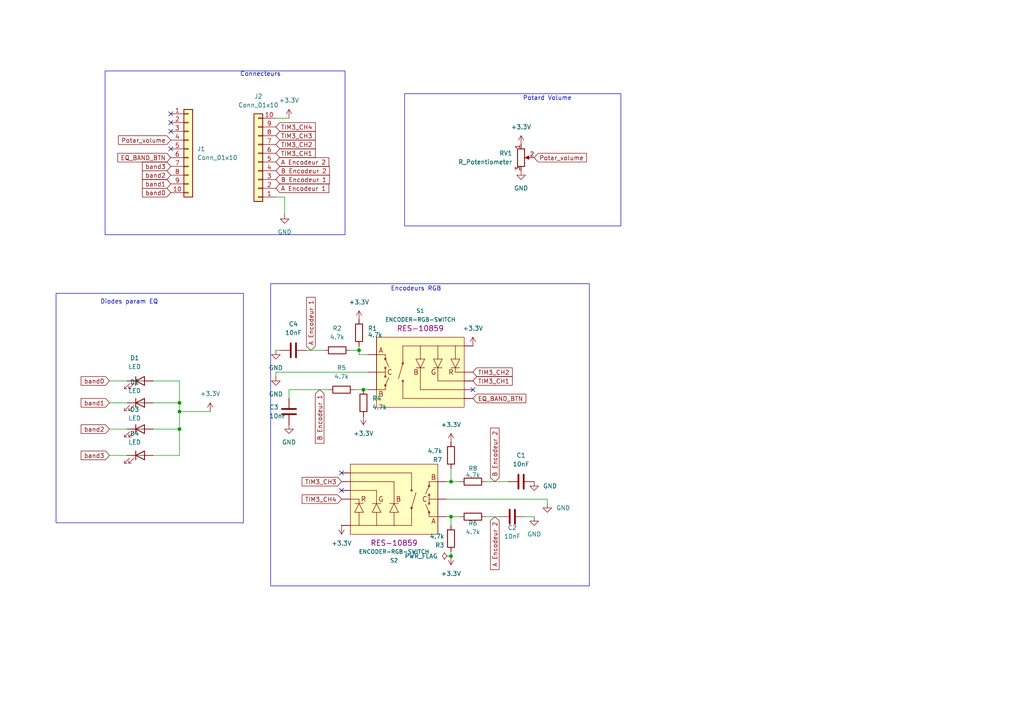
<source format=kicad_sch>
(kicad_sch
	(version 20231120)
	(generator "eeschema")
	(generator_version "8.0")
	(uuid "7eb8c880-3fa3-4106-a681-944921b151f8")
	(paper "A4")
	(lib_symbols
		(symbol "Connector_Generic:Conn_01x10"
			(pin_names
				(offset 1.016) hide)
			(exclude_from_sim no)
			(in_bom yes)
			(on_board yes)
			(property "Reference" "J"
				(at 0 12.7 0)
				(effects
					(font
						(size 1.27 1.27)
					)
				)
			)
			(property "Value" "Conn_01x10"
				(at 0 -15.24 0)
				(effects
					(font
						(size 1.27 1.27)
					)
				)
			)
			(property "Footprint" ""
				(at 0 0 0)
				(effects
					(font
						(size 1.27 1.27)
					)
					(hide yes)
				)
			)
			(property "Datasheet" "~"
				(at 0 0 0)
				(effects
					(font
						(size 1.27 1.27)
					)
					(hide yes)
				)
			)
			(property "Description" "Generic connector, single row, 01x10, script generated (kicad-library-utils/schlib/autogen/connector/)"
				(at 0 0 0)
				(effects
					(font
						(size 1.27 1.27)
					)
					(hide yes)
				)
			)
			(property "ki_keywords" "connector"
				(at 0 0 0)
				(effects
					(font
						(size 1.27 1.27)
					)
					(hide yes)
				)
			)
			(property "ki_fp_filters" "Connector*:*_1x??_*"
				(at 0 0 0)
				(effects
					(font
						(size 1.27 1.27)
					)
					(hide yes)
				)
			)
			(symbol "Conn_01x10_1_1"
				(rectangle
					(start -1.27 -12.573)
					(end 0 -12.827)
					(stroke
						(width 0.1524)
						(type default)
					)
					(fill
						(type none)
					)
				)
				(rectangle
					(start -1.27 -10.033)
					(end 0 -10.287)
					(stroke
						(width 0.1524)
						(type default)
					)
					(fill
						(type none)
					)
				)
				(rectangle
					(start -1.27 -7.493)
					(end 0 -7.747)
					(stroke
						(width 0.1524)
						(type default)
					)
					(fill
						(type none)
					)
				)
				(rectangle
					(start -1.27 -4.953)
					(end 0 -5.207)
					(stroke
						(width 0.1524)
						(type default)
					)
					(fill
						(type none)
					)
				)
				(rectangle
					(start -1.27 -2.413)
					(end 0 -2.667)
					(stroke
						(width 0.1524)
						(type default)
					)
					(fill
						(type none)
					)
				)
				(rectangle
					(start -1.27 0.127)
					(end 0 -0.127)
					(stroke
						(width 0.1524)
						(type default)
					)
					(fill
						(type none)
					)
				)
				(rectangle
					(start -1.27 2.667)
					(end 0 2.413)
					(stroke
						(width 0.1524)
						(type default)
					)
					(fill
						(type none)
					)
				)
				(rectangle
					(start -1.27 5.207)
					(end 0 4.953)
					(stroke
						(width 0.1524)
						(type default)
					)
					(fill
						(type none)
					)
				)
				(rectangle
					(start -1.27 7.747)
					(end 0 7.493)
					(stroke
						(width 0.1524)
						(type default)
					)
					(fill
						(type none)
					)
				)
				(rectangle
					(start -1.27 10.287)
					(end 0 10.033)
					(stroke
						(width 0.1524)
						(type default)
					)
					(fill
						(type none)
					)
				)
				(rectangle
					(start -1.27 11.43)
					(end 1.27 -13.97)
					(stroke
						(width 0.254)
						(type default)
					)
					(fill
						(type background)
					)
				)
				(pin passive line
					(at -5.08 10.16 0)
					(length 3.81)
					(name "Pin_1"
						(effects
							(font
								(size 1.27 1.27)
							)
						)
					)
					(number "1"
						(effects
							(font
								(size 1.27 1.27)
							)
						)
					)
				)
				(pin passive line
					(at -5.08 -12.7 0)
					(length 3.81)
					(name "Pin_10"
						(effects
							(font
								(size 1.27 1.27)
							)
						)
					)
					(number "10"
						(effects
							(font
								(size 1.27 1.27)
							)
						)
					)
				)
				(pin passive line
					(at -5.08 7.62 0)
					(length 3.81)
					(name "Pin_2"
						(effects
							(font
								(size 1.27 1.27)
							)
						)
					)
					(number "2"
						(effects
							(font
								(size 1.27 1.27)
							)
						)
					)
				)
				(pin passive line
					(at -5.08 5.08 0)
					(length 3.81)
					(name "Pin_3"
						(effects
							(font
								(size 1.27 1.27)
							)
						)
					)
					(number "3"
						(effects
							(font
								(size 1.27 1.27)
							)
						)
					)
				)
				(pin passive line
					(at -5.08 2.54 0)
					(length 3.81)
					(name "Pin_4"
						(effects
							(font
								(size 1.27 1.27)
							)
						)
					)
					(number "4"
						(effects
							(font
								(size 1.27 1.27)
							)
						)
					)
				)
				(pin passive line
					(at -5.08 0 0)
					(length 3.81)
					(name "Pin_5"
						(effects
							(font
								(size 1.27 1.27)
							)
						)
					)
					(number "5"
						(effects
							(font
								(size 1.27 1.27)
							)
						)
					)
				)
				(pin passive line
					(at -5.08 -2.54 0)
					(length 3.81)
					(name "Pin_6"
						(effects
							(font
								(size 1.27 1.27)
							)
						)
					)
					(number "6"
						(effects
							(font
								(size 1.27 1.27)
							)
						)
					)
				)
				(pin passive line
					(at -5.08 -5.08 0)
					(length 3.81)
					(name "Pin_7"
						(effects
							(font
								(size 1.27 1.27)
							)
						)
					)
					(number "7"
						(effects
							(font
								(size 1.27 1.27)
							)
						)
					)
				)
				(pin passive line
					(at -5.08 -7.62 0)
					(length 3.81)
					(name "Pin_8"
						(effects
							(font
								(size 1.27 1.27)
							)
						)
					)
					(number "8"
						(effects
							(font
								(size 1.27 1.27)
							)
						)
					)
				)
				(pin passive line
					(at -5.08 -10.16 0)
					(length 3.81)
					(name "Pin_9"
						(effects
							(font
								(size 1.27 1.27)
							)
						)
					)
					(number "9"
						(effects
							(font
								(size 1.27 1.27)
							)
						)
					)
				)
			)
		)
		(symbol "Device:C"
			(pin_numbers hide)
			(pin_names
				(offset 0.254)
			)
			(exclude_from_sim no)
			(in_bom yes)
			(on_board yes)
			(property "Reference" "C"
				(at 0.635 2.54 0)
				(effects
					(font
						(size 1.27 1.27)
					)
					(justify left)
				)
			)
			(property "Value" "C"
				(at 0.635 -2.54 0)
				(effects
					(font
						(size 1.27 1.27)
					)
					(justify left)
				)
			)
			(property "Footprint" ""
				(at 0.9652 -3.81 0)
				(effects
					(font
						(size 1.27 1.27)
					)
					(hide yes)
				)
			)
			(property "Datasheet" "~"
				(at 0 0 0)
				(effects
					(font
						(size 1.27 1.27)
					)
					(hide yes)
				)
			)
			(property "Description" "Unpolarized capacitor"
				(at 0 0 0)
				(effects
					(font
						(size 1.27 1.27)
					)
					(hide yes)
				)
			)
			(property "ki_keywords" "cap capacitor"
				(at 0 0 0)
				(effects
					(font
						(size 1.27 1.27)
					)
					(hide yes)
				)
			)
			(property "ki_fp_filters" "C_*"
				(at 0 0 0)
				(effects
					(font
						(size 1.27 1.27)
					)
					(hide yes)
				)
			)
			(symbol "C_0_1"
				(polyline
					(pts
						(xy -2.032 -0.762) (xy 2.032 -0.762)
					)
					(stroke
						(width 0.508)
						(type default)
					)
					(fill
						(type none)
					)
				)
				(polyline
					(pts
						(xy -2.032 0.762) (xy 2.032 0.762)
					)
					(stroke
						(width 0.508)
						(type default)
					)
					(fill
						(type none)
					)
				)
			)
			(symbol "C_1_1"
				(pin passive line
					(at 0 3.81 270)
					(length 2.794)
					(name "~"
						(effects
							(font
								(size 1.27 1.27)
							)
						)
					)
					(number "1"
						(effects
							(font
								(size 1.27 1.27)
							)
						)
					)
				)
				(pin passive line
					(at 0 -3.81 90)
					(length 2.794)
					(name "~"
						(effects
							(font
								(size 1.27 1.27)
							)
						)
					)
					(number "2"
						(effects
							(font
								(size 1.27 1.27)
							)
						)
					)
				)
			)
		)
		(symbol "Device:LED"
			(pin_numbers hide)
			(pin_names
				(offset 1.016) hide)
			(exclude_from_sim no)
			(in_bom yes)
			(on_board yes)
			(property "Reference" "D"
				(at 0 2.54 0)
				(effects
					(font
						(size 1.27 1.27)
					)
				)
			)
			(property "Value" "LED"
				(at 0 -2.54 0)
				(effects
					(font
						(size 1.27 1.27)
					)
				)
			)
			(property "Footprint" ""
				(at 0 0 0)
				(effects
					(font
						(size 1.27 1.27)
					)
					(hide yes)
				)
			)
			(property "Datasheet" "~"
				(at 0 0 0)
				(effects
					(font
						(size 1.27 1.27)
					)
					(hide yes)
				)
			)
			(property "Description" "Light emitting diode"
				(at 0 0 0)
				(effects
					(font
						(size 1.27 1.27)
					)
					(hide yes)
				)
			)
			(property "ki_keywords" "LED diode"
				(at 0 0 0)
				(effects
					(font
						(size 1.27 1.27)
					)
					(hide yes)
				)
			)
			(property "ki_fp_filters" "LED* LED_SMD:* LED_THT:*"
				(at 0 0 0)
				(effects
					(font
						(size 1.27 1.27)
					)
					(hide yes)
				)
			)
			(symbol "LED_0_1"
				(polyline
					(pts
						(xy -1.27 -1.27) (xy -1.27 1.27)
					)
					(stroke
						(width 0.254)
						(type default)
					)
					(fill
						(type none)
					)
				)
				(polyline
					(pts
						(xy -1.27 0) (xy 1.27 0)
					)
					(stroke
						(width 0)
						(type default)
					)
					(fill
						(type none)
					)
				)
				(polyline
					(pts
						(xy 1.27 -1.27) (xy 1.27 1.27) (xy -1.27 0) (xy 1.27 -1.27)
					)
					(stroke
						(width 0.254)
						(type default)
					)
					(fill
						(type none)
					)
				)
				(polyline
					(pts
						(xy -3.048 -0.762) (xy -4.572 -2.286) (xy -3.81 -2.286) (xy -4.572 -2.286) (xy -4.572 -1.524)
					)
					(stroke
						(width 0)
						(type default)
					)
					(fill
						(type none)
					)
				)
				(polyline
					(pts
						(xy -1.778 -0.762) (xy -3.302 -2.286) (xy -2.54 -2.286) (xy -3.302 -2.286) (xy -3.302 -1.524)
					)
					(stroke
						(width 0)
						(type default)
					)
					(fill
						(type none)
					)
				)
			)
			(symbol "LED_1_1"
				(pin passive line
					(at -3.81 0 0)
					(length 2.54)
					(name "K"
						(effects
							(font
								(size 1.27 1.27)
							)
						)
					)
					(number "1"
						(effects
							(font
								(size 1.27 1.27)
							)
						)
					)
				)
				(pin passive line
					(at 3.81 0 180)
					(length 2.54)
					(name "A"
						(effects
							(font
								(size 1.27 1.27)
							)
						)
					)
					(number "2"
						(effects
							(font
								(size 1.27 1.27)
							)
						)
					)
				)
			)
		)
		(symbol "Device:R"
			(pin_numbers hide)
			(pin_names
				(offset 0)
			)
			(exclude_from_sim no)
			(in_bom yes)
			(on_board yes)
			(property "Reference" "R"
				(at 2.032 0 90)
				(effects
					(font
						(size 1.27 1.27)
					)
				)
			)
			(property "Value" "R"
				(at 0 0 90)
				(effects
					(font
						(size 1.27 1.27)
					)
				)
			)
			(property "Footprint" ""
				(at -1.778 0 90)
				(effects
					(font
						(size 1.27 1.27)
					)
					(hide yes)
				)
			)
			(property "Datasheet" "~"
				(at 0 0 0)
				(effects
					(font
						(size 1.27 1.27)
					)
					(hide yes)
				)
			)
			(property "Description" "Resistor"
				(at 0 0 0)
				(effects
					(font
						(size 1.27 1.27)
					)
					(hide yes)
				)
			)
			(property "ki_keywords" "R res resistor"
				(at 0 0 0)
				(effects
					(font
						(size 1.27 1.27)
					)
					(hide yes)
				)
			)
			(property "ki_fp_filters" "R_*"
				(at 0 0 0)
				(effects
					(font
						(size 1.27 1.27)
					)
					(hide yes)
				)
			)
			(symbol "R_0_1"
				(rectangle
					(start -1.016 -2.54)
					(end 1.016 2.54)
					(stroke
						(width 0.254)
						(type default)
					)
					(fill
						(type none)
					)
				)
			)
			(symbol "R_1_1"
				(pin passive line
					(at 0 3.81 270)
					(length 1.27)
					(name "~"
						(effects
							(font
								(size 1.27 1.27)
							)
						)
					)
					(number "1"
						(effects
							(font
								(size 1.27 1.27)
							)
						)
					)
				)
				(pin passive line
					(at 0 -3.81 90)
					(length 1.27)
					(name "~"
						(effects
							(font
								(size 1.27 1.27)
							)
						)
					)
					(number "2"
						(effects
							(font
								(size 1.27 1.27)
							)
						)
					)
				)
			)
		)
		(symbol "Device:R_Potentiometer"
			(pin_names
				(offset 1.016) hide)
			(exclude_from_sim no)
			(in_bom yes)
			(on_board yes)
			(property "Reference" "RV"
				(at -4.445 0 90)
				(effects
					(font
						(size 1.27 1.27)
					)
				)
			)
			(property "Value" "R_Potentiometer"
				(at -2.54 0 90)
				(effects
					(font
						(size 1.27 1.27)
					)
				)
			)
			(property "Footprint" ""
				(at 0 0 0)
				(effects
					(font
						(size 1.27 1.27)
					)
					(hide yes)
				)
			)
			(property "Datasheet" "~"
				(at 0 0 0)
				(effects
					(font
						(size 1.27 1.27)
					)
					(hide yes)
				)
			)
			(property "Description" "Potentiometer"
				(at 0 0 0)
				(effects
					(font
						(size 1.27 1.27)
					)
					(hide yes)
				)
			)
			(property "ki_keywords" "resistor variable"
				(at 0 0 0)
				(effects
					(font
						(size 1.27 1.27)
					)
					(hide yes)
				)
			)
			(property "ki_fp_filters" "Potentiometer*"
				(at 0 0 0)
				(effects
					(font
						(size 1.27 1.27)
					)
					(hide yes)
				)
			)
			(symbol "R_Potentiometer_0_1"
				(polyline
					(pts
						(xy 2.54 0) (xy 1.524 0)
					)
					(stroke
						(width 0)
						(type default)
					)
					(fill
						(type none)
					)
				)
				(polyline
					(pts
						(xy 1.143 0) (xy 2.286 0.508) (xy 2.286 -0.508) (xy 1.143 0)
					)
					(stroke
						(width 0)
						(type default)
					)
					(fill
						(type outline)
					)
				)
				(rectangle
					(start 1.016 2.54)
					(end -1.016 -2.54)
					(stroke
						(width 0.254)
						(type default)
					)
					(fill
						(type none)
					)
				)
			)
			(symbol "R_Potentiometer_1_1"
				(pin passive line
					(at 0 3.81 270)
					(length 1.27)
					(name "1"
						(effects
							(font
								(size 1.27 1.27)
							)
						)
					)
					(number "1"
						(effects
							(font
								(size 1.27 1.27)
							)
						)
					)
				)
				(pin passive line
					(at 3.81 0 180)
					(length 1.27)
					(name "2"
						(effects
							(font
								(size 1.27 1.27)
							)
						)
					)
					(number "2"
						(effects
							(font
								(size 1.27 1.27)
							)
						)
					)
				)
				(pin passive line
					(at 0 -3.81 90)
					(length 1.27)
					(name "3"
						(effects
							(font
								(size 1.27 1.27)
							)
						)
					)
					(number "3"
						(effects
							(font
								(size 1.27 1.27)
							)
						)
					)
				)
			)
		)
		(symbol "WITNS_EURORACK:ENCODER-RGB-SWITCH"
			(pin_numbers hide)
			(pin_names
				(offset 1.016)
			)
			(exclude_from_sim no)
			(in_bom yes)
			(on_board yes)
			(property "Reference" "S"
				(at -12.7 11.43 0)
				(effects
					(font
						(size 1.143 1.143)
					)
					(justify left bottom)
				)
			)
			(property "Value" "ENCODER-RGB-SWITCH"
				(at -12.7 -12.7 0)
				(effects
					(font
						(size 1.143 1.143)
					)
					(justify left bottom)
				)
			)
			(property "Footprint" "ENCODER_LED_3"
				(at 0 13.97 0)
				(effects
					(font
						(size 0.508 0.508)
					)
					(hide yes)
				)
			)
			(property "Datasheet" ""
				(at 0 0 0)
				(effects
					(font
						(size 1.27 1.27)
					)
					(hide yes)
				)
			)
			(property "Description" "Illuminated Rotary Encoder w/ RGB LED and select switch Encoders rotate similarly to potentiometers, but they re different from potentiometers in that an encoder has full rotation without limits. They output gray code so that you can tell how much and in which direction the encoder has been turned. This encoder includes an RGB LED and a push-down select switch. Part #: Top Up <a href=\"http://top-up.so-buy.com/front/bin/ptdetail.phtml?Part=EC12PLRGBSDVBF-D\">EC12PLRGBSDVBF-D</a> <h4>SparkFun Products</h4><ul><li><a href=\"https://www.sparkfun.com/products/10982\">Rotary Encoder - Illuminated (RGB)</a> (COM-10982)</li></ul>"
				(at 0 0 0)
				(effects
					(font
						(size 1.27 1.27)
					)
					(hide yes)
				)
			)
			(property "Field4" "RES-10859"
				(at 0 15.24 0)
				(effects
					(font
						(size 1.524 1.524)
					)
				)
			)
			(property "ki_locked" ""
				(at 0 0 0)
				(effects
					(font
						(size 1.27 1.27)
					)
				)
			)
			(property "ki_keywords" "PROD_ID:RES-10859"
				(at 0 0 0)
				(effects
					(font
						(size 1.27 1.27)
					)
					(hide yes)
				)
			)
			(property "ki_fp_filters" "*ENCODER_LED_3* *ENCODER_LED_3_KIT*"
				(at 0 0 0)
				(effects
					(font
						(size 1.27 1.27)
					)
					(hide yes)
				)
			)
			(symbol "ENCODER-RGB-SWITCH_1_0"
				(polyline
					(pts
						(xy -12.7 0) (xy -12.7 -5.08)
					)
					(stroke
						(width 0)
						(type default)
					)
					(fill
						(type none)
					)
				)
				(polyline
					(pts
						(xy -12.7 5.08) (xy -12.7 0)
					)
					(stroke
						(width 0)
						(type default)
					)
					(fill
						(type none)
					)
				)
				(polyline
					(pts
						(xy -12.7 5.08) (xy -10.16 5.08)
					)
					(stroke
						(width 0)
						(type default)
					)
					(fill
						(type none)
					)
				)
				(polyline
					(pts
						(xy -12.7 10.16) (xy -12.7 5.08)
					)
					(stroke
						(width 0)
						(type default)
					)
					(fill
						(type none)
					)
				)
				(polyline
					(pts
						(xy -10.16 -5.08) (xy -12.7 -5.08)
					)
					(stroke
						(width 0)
						(type default)
					)
					(fill
						(type none)
					)
				)
				(polyline
					(pts
						(xy -10.16 -5.08) (xy -10.16 -3.81)
					)
					(stroke
						(width 0)
						(type default)
					)
					(fill
						(type none)
					)
				)
				(polyline
					(pts
						(xy -10.16 -3.81) (xy -9.144 -1.524)
					)
					(stroke
						(width 0)
						(type default)
					)
					(fill
						(type none)
					)
				)
				(polyline
					(pts
						(xy -10.16 0) (xy -12.7 0)
					)
					(stroke
						(width 0)
						(type default)
					)
					(fill
						(type none)
					)
				)
				(polyline
					(pts
						(xy -10.16 0) (xy -10.16 -1.27)
					)
					(stroke
						(width 0)
						(type default)
					)
					(fill
						(type none)
					)
				)
				(polyline
					(pts
						(xy -10.16 0) (xy -10.16 1.27)
					)
					(stroke
						(width 0)
						(type default)
					)
					(fill
						(type none)
					)
				)
				(polyline
					(pts
						(xy -10.16 3.81) (xy -9.144 1.524)
					)
					(stroke
						(width 0)
						(type default)
					)
					(fill
						(type none)
					)
				)
				(polyline
					(pts
						(xy -10.16 5.08) (xy -10.16 3.81)
					)
					(stroke
						(width 0)
						(type default)
					)
					(fill
						(type none)
					)
				)
				(polyline
					(pts
						(xy -5.08 -7.62) (xy -5.08 -2.54)
					)
					(stroke
						(width 0)
						(type default)
					)
					(fill
						(type none)
					)
				)
				(polyline
					(pts
						(xy -5.08 -7.62) (xy 12.7 -7.62)
					)
					(stroke
						(width 0)
						(type default)
					)
					(fill
						(type none)
					)
				)
				(polyline
					(pts
						(xy -5.08 2.54) (xy -6.35 -1.905)
					)
					(stroke
						(width 0)
						(type default)
					)
					(fill
						(type none)
					)
				)
				(polyline
					(pts
						(xy -5.08 7.62) (xy -5.08 2.54)
					)
					(stroke
						(width 0)
						(type default)
					)
					(fill
						(type none)
					)
				)
				(polyline
					(pts
						(xy -5.08 7.62) (xy 0 7.62)
					)
					(stroke
						(width 0)
						(type default)
					)
					(fill
						(type none)
					)
				)
				(polyline
					(pts
						(xy -1.27 1.27) (xy 0 1.27)
					)
					(stroke
						(width 0)
						(type default)
					)
					(fill
						(type none)
					)
				)
				(polyline
					(pts
						(xy -1.27 3.81) (xy 0 1.27)
					)
					(stroke
						(width 0)
						(type default)
					)
					(fill
						(type none)
					)
				)
				(polyline
					(pts
						(xy -1.27 3.81) (xy 0 3.81)
					)
					(stroke
						(width 0)
						(type default)
					)
					(fill
						(type none)
					)
				)
				(polyline
					(pts
						(xy 0 -5.08) (xy 0 1.27)
					)
					(stroke
						(width 0)
						(type default)
					)
					(fill
						(type none)
					)
				)
				(polyline
					(pts
						(xy 0 -5.08) (xy 12.7 -5.08)
					)
					(stroke
						(width 0)
						(type default)
					)
					(fill
						(type none)
					)
				)
				(polyline
					(pts
						(xy 0 1.27) (xy 1.27 1.27)
					)
					(stroke
						(width 0)
						(type default)
					)
					(fill
						(type none)
					)
				)
				(polyline
					(pts
						(xy 0 1.27) (xy 1.27 3.81)
					)
					(stroke
						(width 0)
						(type default)
					)
					(fill
						(type none)
					)
				)
				(polyline
					(pts
						(xy 0 3.81) (xy 1.27 3.81)
					)
					(stroke
						(width 0)
						(type default)
					)
					(fill
						(type none)
					)
				)
				(polyline
					(pts
						(xy 0 7.62) (xy 0 3.81)
					)
					(stroke
						(width 0)
						(type default)
					)
					(fill
						(type none)
					)
				)
				(polyline
					(pts
						(xy 0 7.62) (xy 5.08 7.62)
					)
					(stroke
						(width 0)
						(type default)
					)
					(fill
						(type none)
					)
				)
				(polyline
					(pts
						(xy 3.81 1.27) (xy 5.08 1.27)
					)
					(stroke
						(width 0)
						(type default)
					)
					(fill
						(type none)
					)
				)
				(polyline
					(pts
						(xy 3.81 3.81) (xy 5.08 1.27)
					)
					(stroke
						(width 0)
						(type default)
					)
					(fill
						(type none)
					)
				)
				(polyline
					(pts
						(xy 3.81 3.81) (xy 5.08 3.81)
					)
					(stroke
						(width 0)
						(type default)
					)
					(fill
						(type none)
					)
				)
				(polyline
					(pts
						(xy 5.08 -2.54) (xy 5.08 1.27)
					)
					(stroke
						(width 0)
						(type default)
					)
					(fill
						(type none)
					)
				)
				(polyline
					(pts
						(xy 5.08 -2.54) (xy 12.7 -2.54)
					)
					(stroke
						(width 0)
						(type default)
					)
					(fill
						(type none)
					)
				)
				(polyline
					(pts
						(xy 5.08 1.27) (xy 6.35 1.27)
					)
					(stroke
						(width 0)
						(type default)
					)
					(fill
						(type none)
					)
				)
				(polyline
					(pts
						(xy 5.08 1.27) (xy 6.35 3.81)
					)
					(stroke
						(width 0)
						(type default)
					)
					(fill
						(type none)
					)
				)
				(polyline
					(pts
						(xy 5.08 3.81) (xy 6.35 3.81)
					)
					(stroke
						(width 0)
						(type default)
					)
					(fill
						(type none)
					)
				)
				(polyline
					(pts
						(xy 5.08 7.62) (xy 5.08 3.81)
					)
					(stroke
						(width 0)
						(type default)
					)
					(fill
						(type none)
					)
				)
				(polyline
					(pts
						(xy 5.08 7.62) (xy 10.16 7.62)
					)
					(stroke
						(width 0)
						(type default)
					)
					(fill
						(type none)
					)
				)
				(polyline
					(pts
						(xy 8.89 1.27) (xy 10.16 1.27)
					)
					(stroke
						(width 0)
						(type default)
					)
					(fill
						(type none)
					)
				)
				(polyline
					(pts
						(xy 8.89 3.81) (xy 10.16 1.27)
					)
					(stroke
						(width 0)
						(type default)
					)
					(fill
						(type none)
					)
				)
				(polyline
					(pts
						(xy 8.89 3.81) (xy 10.16 3.81)
					)
					(stroke
						(width 0)
						(type default)
					)
					(fill
						(type none)
					)
				)
				(polyline
					(pts
						(xy 10.16 0) (xy 10.16 1.27)
					)
					(stroke
						(width 0)
						(type default)
					)
					(fill
						(type none)
					)
				)
				(polyline
					(pts
						(xy 10.16 0) (xy 12.7 0)
					)
					(stroke
						(width 0)
						(type default)
					)
					(fill
						(type none)
					)
				)
				(polyline
					(pts
						(xy 10.16 1.27) (xy 11.43 1.27)
					)
					(stroke
						(width 0)
						(type default)
					)
					(fill
						(type none)
					)
				)
				(polyline
					(pts
						(xy 10.16 1.27) (xy 11.43 3.81)
					)
					(stroke
						(width 0)
						(type default)
					)
					(fill
						(type none)
					)
				)
				(polyline
					(pts
						(xy 10.16 3.81) (xy 11.43 3.81)
					)
					(stroke
						(width 0)
						(type default)
					)
					(fill
						(type none)
					)
				)
				(polyline
					(pts
						(xy 10.16 7.62) (xy 10.16 3.81)
					)
					(stroke
						(width 0)
						(type default)
					)
					(fill
						(type none)
					)
				)
				(polyline
					(pts
						(xy 10.16 7.62) (xy 12.7 7.62)
					)
					(stroke
						(width 0)
						(type default)
					)
					(fill
						(type none)
					)
				)
				(text "A"
					(at -11.43 6.35 0)
					(effects
						(font
							(size 1.4224 1.4224)
						)
					)
				)
				(text "B"
					(at -11.43 -6.35 0)
					(effects
						(font
							(size 1.4224 1.4224)
						)
					)
				)
				(text "B"
					(at -1.27 0 0)
					(effects
						(font
							(size 1.4224 1.4224)
						)
					)
				)
				(text "C"
					(at -8.89 0 0)
					(effects
						(font
							(size 1.4224 1.4224)
						)
					)
				)
				(text "G"
					(at 3.81 0 0)
					(effects
						(font
							(size 1.4224 1.4224)
						)
					)
				)
				(text "R"
					(at 8.89 0 0)
					(effects
						(font
							(size 1.4224 1.4224)
						)
					)
				)
			)
			(symbol "ENCODER-RGB-SWITCH_1_1"
				(rectangle
					(start -12.7 10.16)
					(end 12.7 -10.16)
					(stroke
						(width 0)
						(type default)
					)
					(fill
						(type background)
					)
				)
				(circle
					(center -10.16 -3.81)
					(radius 0.254)
					(stroke
						(width 0)
						(type default)
					)
					(fill
						(type none)
					)
				)
				(circle
					(center -10.16 -1.27)
					(radius 0.254)
					(stroke
						(width 0)
						(type default)
					)
					(fill
						(type none)
					)
				)
				(circle
					(center -10.16 1.27)
					(radius 0.254)
					(stroke
						(width 0)
						(type default)
					)
					(fill
						(type none)
					)
				)
				(circle
					(center -10.16 3.81)
					(radius 0.254)
					(stroke
						(width 0)
						(type default)
					)
					(fill
						(type none)
					)
				)
				(circle
					(center -5.08 -2.54)
					(radius 0.254)
					(stroke
						(width 0)
						(type default)
					)
					(fill
						(type none)
					)
				)
				(circle
					(center -5.08 2.54)
					(radius 0.254)
					(stroke
						(width 0)
						(type default)
					)
					(fill
						(type none)
					)
				)
				(pin passive line
					(at 15.24 0 180)
					(length 2.54)
					(name ""
						(effects
							(font
								(size 1.016 1.016)
							)
						)
					)
					(number "1"
						(effects
							(font
								(size 1.016 1.016)
							)
						)
					)
				)
				(pin passive line
					(at 15.24 -2.54 180)
					(length 2.54)
					(name ""
						(effects
							(font
								(size 1.016 1.016)
							)
						)
					)
					(number "2"
						(effects
							(font
								(size 1.016 1.016)
							)
						)
					)
				)
				(pin passive line
					(at 15.24 -7.62 180)
					(length 2.54)
					(name ""
						(effects
							(font
								(size 1.016 1.016)
							)
						)
					)
					(number "3"
						(effects
							(font
								(size 1.016 1.016)
							)
						)
					)
				)
				(pin passive line
					(at 15.24 -5.08 180)
					(length 2.54)
					(name ""
						(effects
							(font
								(size 1.016 1.016)
							)
						)
					)
					(number "4"
						(effects
							(font
								(size 1.016 1.016)
							)
						)
					)
				)
				(pin passive line
					(at 15.24 7.62 180)
					(length 2.54)
					(name ""
						(effects
							(font
								(size 1.016 1.016)
							)
						)
					)
					(number "5"
						(effects
							(font
								(size 1.016 1.016)
							)
						)
					)
				)
				(pin bidirectional line
					(at -15.24 5.08 0)
					(length 2.54)
					(name ""
						(effects
							(font
								(size 1.016 1.016)
							)
						)
					)
					(number "A"
						(effects
							(font
								(size 1.016 1.016)
							)
						)
					)
				)
				(pin bidirectional line
					(at -15.24 -5.08 0)
					(length 2.54)
					(name ""
						(effects
							(font
								(size 1.016 1.016)
							)
						)
					)
					(number "B"
						(effects
							(font
								(size 1.016 1.016)
							)
						)
					)
				)
				(pin bidirectional line
					(at -15.24 0 0)
					(length 2.54)
					(name ""
						(effects
							(font
								(size 1.016 1.016)
							)
						)
					)
					(number "C"
						(effects
							(font
								(size 1.016 1.016)
							)
						)
					)
				)
			)
		)
		(symbol "power:+3.3V"
			(power)
			(pin_numbers hide)
			(pin_names
				(offset 0) hide)
			(exclude_from_sim no)
			(in_bom yes)
			(on_board yes)
			(property "Reference" "#PWR"
				(at 0 -3.81 0)
				(effects
					(font
						(size 1.27 1.27)
					)
					(hide yes)
				)
			)
			(property "Value" "+3.3V"
				(at 0 3.556 0)
				(effects
					(font
						(size 1.27 1.27)
					)
				)
			)
			(property "Footprint" ""
				(at 0 0 0)
				(effects
					(font
						(size 1.27 1.27)
					)
					(hide yes)
				)
			)
			(property "Datasheet" ""
				(at 0 0 0)
				(effects
					(font
						(size 1.27 1.27)
					)
					(hide yes)
				)
			)
			(property "Description" "Power symbol creates a global label with name \"+3.3V\""
				(at 0 0 0)
				(effects
					(font
						(size 1.27 1.27)
					)
					(hide yes)
				)
			)
			(property "ki_keywords" "global power"
				(at 0 0 0)
				(effects
					(font
						(size 1.27 1.27)
					)
					(hide yes)
				)
			)
			(symbol "+3.3V_0_1"
				(polyline
					(pts
						(xy -0.762 1.27) (xy 0 2.54)
					)
					(stroke
						(width 0)
						(type default)
					)
					(fill
						(type none)
					)
				)
				(polyline
					(pts
						(xy 0 0) (xy 0 2.54)
					)
					(stroke
						(width 0)
						(type default)
					)
					(fill
						(type none)
					)
				)
				(polyline
					(pts
						(xy 0 2.54) (xy 0.762 1.27)
					)
					(stroke
						(width 0)
						(type default)
					)
					(fill
						(type none)
					)
				)
			)
			(symbol "+3.3V_1_1"
				(pin power_in line
					(at 0 0 90)
					(length 0)
					(name "~"
						(effects
							(font
								(size 1.27 1.27)
							)
						)
					)
					(number "1"
						(effects
							(font
								(size 1.27 1.27)
							)
						)
					)
				)
			)
		)
		(symbol "power:GND"
			(power)
			(pin_numbers hide)
			(pin_names
				(offset 0) hide)
			(exclude_from_sim no)
			(in_bom yes)
			(on_board yes)
			(property "Reference" "#PWR"
				(at 0 -6.35 0)
				(effects
					(font
						(size 1.27 1.27)
					)
					(hide yes)
				)
			)
			(property "Value" "GND"
				(at 0 -3.81 0)
				(effects
					(font
						(size 1.27 1.27)
					)
				)
			)
			(property "Footprint" ""
				(at 0 0 0)
				(effects
					(font
						(size 1.27 1.27)
					)
					(hide yes)
				)
			)
			(property "Datasheet" ""
				(at 0 0 0)
				(effects
					(font
						(size 1.27 1.27)
					)
					(hide yes)
				)
			)
			(property "Description" "Power symbol creates a global label with name \"GND\" , ground"
				(at 0 0 0)
				(effects
					(font
						(size 1.27 1.27)
					)
					(hide yes)
				)
			)
			(property "ki_keywords" "global power"
				(at 0 0 0)
				(effects
					(font
						(size 1.27 1.27)
					)
					(hide yes)
				)
			)
			(symbol "GND_0_1"
				(polyline
					(pts
						(xy 0 0) (xy 0 -1.27) (xy 1.27 -1.27) (xy 0 -2.54) (xy -1.27 -1.27) (xy 0 -1.27)
					)
					(stroke
						(width 0)
						(type default)
					)
					(fill
						(type none)
					)
				)
			)
			(symbol "GND_1_1"
				(pin power_in line
					(at 0 0 270)
					(length 0)
					(name "~"
						(effects
							(font
								(size 1.27 1.27)
							)
						)
					)
					(number "1"
						(effects
							(font
								(size 1.27 1.27)
							)
						)
					)
				)
			)
		)
		(symbol "power:PWR_FLAG"
			(power)
			(pin_numbers hide)
			(pin_names
				(offset 0) hide)
			(exclude_from_sim no)
			(in_bom yes)
			(on_board yes)
			(property "Reference" "#FLG"
				(at 0 1.905 0)
				(effects
					(font
						(size 1.27 1.27)
					)
					(hide yes)
				)
			)
			(property "Value" "PWR_FLAG"
				(at 0 3.81 0)
				(effects
					(font
						(size 1.27 1.27)
					)
				)
			)
			(property "Footprint" ""
				(at 0 0 0)
				(effects
					(font
						(size 1.27 1.27)
					)
					(hide yes)
				)
			)
			(property "Datasheet" "~"
				(at 0 0 0)
				(effects
					(font
						(size 1.27 1.27)
					)
					(hide yes)
				)
			)
			(property "Description" "Special symbol for telling ERC where power comes from"
				(at 0 0 0)
				(effects
					(font
						(size 1.27 1.27)
					)
					(hide yes)
				)
			)
			(property "ki_keywords" "flag power"
				(at 0 0 0)
				(effects
					(font
						(size 1.27 1.27)
					)
					(hide yes)
				)
			)
			(symbol "PWR_FLAG_0_0"
				(pin power_out line
					(at 0 0 90)
					(length 0)
					(name "~"
						(effects
							(font
								(size 1.27 1.27)
							)
						)
					)
					(number "1"
						(effects
							(font
								(size 1.27 1.27)
							)
						)
					)
				)
			)
			(symbol "PWR_FLAG_0_1"
				(polyline
					(pts
						(xy 0 0) (xy 0 1.27) (xy -1.016 1.905) (xy 0 2.54) (xy 1.016 1.905) (xy 0 1.27)
					)
					(stroke
						(width 0)
						(type default)
					)
					(fill
						(type none)
					)
				)
			)
		)
	)
	(junction
		(at 130.81 161.29)
		(diameter 0)
		(color 0 0 0 0)
		(uuid "25043f2f-5766-4c98-a86d-62e339e8e1b6")
	)
	(junction
		(at 105.41 113.03)
		(diameter 0)
		(color 0 0 0 0)
		(uuid "2d66398d-4af2-44ad-87cf-6c4436e8527e")
	)
	(junction
		(at 104.14 101.6)
		(diameter 0)
		(color 0 0 0 0)
		(uuid "63bf8e5f-ad85-4f41-894d-c19e5cd29536")
	)
	(junction
		(at 130.81 149.86)
		(diameter 0)
		(color 0 0 0 0)
		(uuid "ab03c97a-e06c-4f29-8628-8f0929e7b4fd")
	)
	(junction
		(at 130.81 139.7)
		(diameter 0)
		(color 0 0 0 0)
		(uuid "aec99446-de51-452b-badd-48faf6a7efee")
	)
	(junction
		(at 52.07 116.84)
		(diameter 0)
		(color 0 0 0 0)
		(uuid "be6a202f-b743-42ff-99d1-777969229144")
	)
	(junction
		(at 52.07 124.46)
		(diameter 0)
		(color 0 0 0 0)
		(uuid "c3f41263-4b61-486f-b673-8599be43bbf4")
	)
	(junction
		(at 52.07 119.38)
		(diameter 0)
		(color 0 0 0 0)
		(uuid "c67c0271-8146-4366-ab97-77df214bc0e2")
	)
	(no_connect
		(at 137.16 113.03)
		(uuid "31975d33-14ce-4450-a05b-207ae719e156")
	)
	(no_connect
		(at 99.06 142.24)
		(uuid "35938e7e-bc59-465d-9e79-f033e4686c7b")
	)
	(no_connect
		(at 49.53 38.1)
		(uuid "3720e8f6-fe66-4dab-92bd-257e835e15a0")
	)
	(no_connect
		(at 99.06 137.16)
		(uuid "57a0c316-a783-4028-b48e-5079ad77de38")
	)
	(no_connect
		(at 49.53 33.02)
		(uuid "ccd99635-2c5b-4e9e-9f72-8d556afa827a")
	)
	(no_connect
		(at 49.53 35.56)
		(uuid "dcd7eda8-06a9-442a-ac23-17a3ef594543")
	)
	(no_connect
		(at 49.53 43.18)
		(uuid "faf0f5fe-bb4e-47c1-bd7b-8e1011ede103")
	)
	(wire
		(pts
			(xy 152.4 149.86) (xy 154.94 149.86)
		)
		(stroke
			(width 0)
			(type default)
		)
		(uuid "0011d868-de73-48d3-8d5a-bca930d39922")
	)
	(wire
		(pts
			(xy 80.01 101.6) (xy 81.28 101.6)
		)
		(stroke
			(width 0)
			(type default)
		)
		(uuid "0e63af14-f42d-4382-9418-9ccae1eb494b")
	)
	(wire
		(pts
			(xy 101.6 101.6) (xy 104.14 101.6)
		)
		(stroke
			(width 0)
			(type default)
		)
		(uuid "153516df-5d8b-4a6d-9500-61b8f1cf8907")
	)
	(wire
		(pts
			(xy 83.82 34.29) (xy 80.01 34.29)
		)
		(stroke
			(width 0)
			(type default)
		)
		(uuid "18ad910f-2011-4b9b-b658-0f7541e3b199")
	)
	(wire
		(pts
			(xy 140.97 149.86) (xy 144.78 149.86)
		)
		(stroke
			(width 0)
			(type default)
		)
		(uuid "1a3b30a8-4435-4bbb-ad79-85fc15145ee9")
	)
	(wire
		(pts
			(xy 102.87 113.03) (xy 105.41 113.03)
		)
		(stroke
			(width 0)
			(type default)
		)
		(uuid "22be3350-aa11-4b72-a7db-0f9cf24af223")
	)
	(wire
		(pts
			(xy 60.96 119.38) (xy 52.07 119.38)
		)
		(stroke
			(width 0)
			(type default)
		)
		(uuid "26776e97-259a-48b4-ac3a-db4ce9e9d84a")
	)
	(wire
		(pts
			(xy 52.07 132.08) (xy 44.45 132.08)
		)
		(stroke
			(width 0)
			(type default)
		)
		(uuid "2b4b07ea-dd1d-48a6-b378-17647158d02c")
	)
	(wire
		(pts
			(xy 82.55 57.15) (xy 82.55 62.23)
		)
		(stroke
			(width 0)
			(type default)
		)
		(uuid "32f3af48-1472-45a1-bab6-5ac6901adf57")
	)
	(wire
		(pts
			(xy 130.81 139.7) (xy 129.54 139.7)
		)
		(stroke
			(width 0)
			(type default)
		)
		(uuid "36c12fb6-7281-49a0-8e10-0c2838a00458")
	)
	(wire
		(pts
			(xy 44.45 110.49) (xy 52.07 110.49)
		)
		(stroke
			(width 0)
			(type default)
		)
		(uuid "38377f58-46c5-4162-b519-fd7f6f8402de")
	)
	(wire
		(pts
			(xy 130.81 161.29) (xy 130.81 160.02)
		)
		(stroke
			(width 0)
			(type default)
		)
		(uuid "3879ca80-8319-409f-b071-8e0e6a753884")
	)
	(wire
		(pts
			(xy 83.82 115.57) (xy 83.82 113.03)
		)
		(stroke
			(width 0)
			(type default)
		)
		(uuid "3cd7ca2c-19fd-49ed-90d1-3f7e5711b4fa")
	)
	(wire
		(pts
			(xy 130.81 149.86) (xy 129.54 149.86)
		)
		(stroke
			(width 0)
			(type default)
		)
		(uuid "4a362e19-feb9-44c2-bc99-138b49753976")
	)
	(wire
		(pts
			(xy 133.35 149.86) (xy 130.81 149.86)
		)
		(stroke
			(width 0)
			(type default)
		)
		(uuid "4facacf6-875c-45ef-b0bc-caa00b64ece6")
	)
	(wire
		(pts
			(xy 104.14 102.87) (xy 104.14 101.6)
		)
		(stroke
			(width 0)
			(type default)
		)
		(uuid "5ad9f431-370f-44f7-9bc5-6e0969b0d707")
	)
	(wire
		(pts
			(xy 44.45 116.84) (xy 52.07 116.84)
		)
		(stroke
			(width 0)
			(type default)
		)
		(uuid "5fc80724-b4ab-4fbf-a0e4-d6b4beaef394")
	)
	(wire
		(pts
			(xy 130.81 152.4) (xy 130.81 149.86)
		)
		(stroke
			(width 0)
			(type default)
		)
		(uuid "64850f0f-722e-4aac-bdd7-2587d76ab3ae")
	)
	(wire
		(pts
			(xy 147.32 139.7) (xy 140.97 139.7)
		)
		(stroke
			(width 0)
			(type default)
		)
		(uuid "6a6db8a2-b9e1-42d9-8482-b86cbd986f0a")
	)
	(wire
		(pts
			(xy 52.07 110.49) (xy 52.07 116.84)
		)
		(stroke
			(width 0)
			(type default)
		)
		(uuid "6c29d0cf-73b7-41e0-8281-fe10ad396c73")
	)
	(wire
		(pts
			(xy 31.75 110.49) (xy 36.83 110.49)
		)
		(stroke
			(width 0)
			(type default)
		)
		(uuid "7b917744-875b-4a4a-8e7b-776a956915ec")
	)
	(wire
		(pts
			(xy 104.14 101.6) (xy 104.14 100.33)
		)
		(stroke
			(width 0)
			(type default)
		)
		(uuid "83a8a43b-602a-423a-b7dd-ee2746035f1a")
	)
	(wire
		(pts
			(xy 31.75 132.08) (xy 36.83 132.08)
		)
		(stroke
			(width 0)
			(type default)
		)
		(uuid "83d3dc61-639e-4b40-8af9-0f7d2f91460d")
	)
	(wire
		(pts
			(xy 133.35 139.7) (xy 130.81 139.7)
		)
		(stroke
			(width 0)
			(type default)
		)
		(uuid "8c66025b-e525-458f-9672-d75f63c3b23c")
	)
	(wire
		(pts
			(xy 31.75 116.84) (xy 36.83 116.84)
		)
		(stroke
			(width 0)
			(type default)
		)
		(uuid "9035bdc1-61d1-4a8e-b707-6c58acc6770a")
	)
	(wire
		(pts
			(xy 93.98 101.6) (xy 88.9 101.6)
		)
		(stroke
			(width 0)
			(type default)
		)
		(uuid "92dc8baa-b2ef-46da-bda4-fd4b58f50e35")
	)
	(wire
		(pts
			(xy 106.68 107.95) (xy 80.01 107.95)
		)
		(stroke
			(width 0)
			(type default)
		)
		(uuid "96537852-1a78-4d63-98d9-4cc9db63c7b1")
	)
	(wire
		(pts
			(xy 105.41 113.03) (xy 106.68 113.03)
		)
		(stroke
			(width 0)
			(type default)
		)
		(uuid "972f2acc-be97-41bb-ba42-5ede2722fbf6")
	)
	(wire
		(pts
			(xy 158.75 144.78) (xy 129.54 144.78)
		)
		(stroke
			(width 0)
			(type default)
		)
		(uuid "9734f488-d2ef-4875-8042-c4aba818064a")
	)
	(wire
		(pts
			(xy 52.07 116.84) (xy 52.07 119.38)
		)
		(stroke
			(width 0)
			(type default)
		)
		(uuid "9911b707-3183-46e8-9380-b9cf488188d3")
	)
	(wire
		(pts
			(xy 83.82 113.03) (xy 95.25 113.03)
		)
		(stroke
			(width 0)
			(type default)
		)
		(uuid "a07bd14f-a95e-4a8f-98be-089acbfc0aa7")
	)
	(wire
		(pts
			(xy 31.75 124.46) (xy 36.83 124.46)
		)
		(stroke
			(width 0)
			(type default)
		)
		(uuid "aee733a4-a8c9-4f2c-a792-19c491ba70f2")
	)
	(wire
		(pts
			(xy 158.75 144.78) (xy 158.75 146.05)
		)
		(stroke
			(width 0)
			(type default)
		)
		(uuid "b083bf80-c073-4238-a6f7-68aaf22530eb")
	)
	(wire
		(pts
			(xy 44.45 124.46) (xy 52.07 124.46)
		)
		(stroke
			(width 0)
			(type default)
		)
		(uuid "bea8f512-f8dc-4ad7-b1da-08c159b26261")
	)
	(wire
		(pts
			(xy 106.68 102.87) (xy 104.14 102.87)
		)
		(stroke
			(width 0)
			(type default)
		)
		(uuid "c48237c5-39cd-4112-b87f-f77f0b308543")
	)
	(wire
		(pts
			(xy 130.81 139.7) (xy 130.81 135.89)
		)
		(stroke
			(width 0)
			(type default)
		)
		(uuid "cd09c5a6-4418-4bf2-88ac-923abcfa7aa9")
	)
	(wire
		(pts
			(xy 52.07 124.46) (xy 52.07 132.08)
		)
		(stroke
			(width 0)
			(type default)
		)
		(uuid "d39d6c3b-8d62-4f7a-a283-b74fcd0e77de")
	)
	(wire
		(pts
			(xy 80.01 57.15) (xy 82.55 57.15)
		)
		(stroke
			(width 0)
			(type default)
		)
		(uuid "eede5a86-e4f4-4f7f-9fff-6b45af8ac520")
	)
	(wire
		(pts
			(xy 80.01 107.95) (xy 80.01 109.22)
		)
		(stroke
			(width 0)
			(type default)
		)
		(uuid "f1bbdd02-d68b-44d8-a604-fbc203126cd6")
	)
	(wire
		(pts
			(xy 52.07 119.38) (xy 52.07 124.46)
		)
		(stroke
			(width 0)
			(type default)
		)
		(uuid "fb1ebfc6-1d4a-4f5e-bb65-702bc436d041")
	)
	(rectangle
		(start 117.348 27.178)
		(end 180.086 65.532)
		(stroke
			(width 0)
			(type default)
		)
		(fill
			(type none)
		)
		(uuid 07257220-4b23-43b8-a2ed-9588540e83e4)
	)
	(rectangle
		(start 16.256 85.09)
		(end 70.612 151.638)
		(stroke
			(width 0)
			(type default)
		)
		(fill
			(type none)
		)
		(uuid 1ea75869-facc-4c85-89a9-ad9d03be4324)
	)
	(rectangle
		(start 78.486 82.296)
		(end 170.942 169.926)
		(stroke
			(width 0)
			(type default)
		)
		(fill
			(type none)
		)
		(uuid e086b2f3-f8e7-4a45-966f-e4b28478e092)
	)
	(rectangle
		(start 30.48 20.574)
		(end 100.076 68.072)
		(stroke
			(width 0)
			(type default)
		)
		(fill
			(type none)
		)
		(uuid f08029ee-d018-4496-a232-bfed8cb17f47)
	)
	(text "Connecteurs\n"
		(exclude_from_sim no)
		(at 75.565 21.59 0)
		(effects
			(font
				(size 1.27 1.27)
			)
		)
		(uuid "5fab355a-2f16-4903-a117-26667a5f085c")
	)
	(text "Encodeurs RGB\n"
		(exclude_from_sim no)
		(at 120.65 83.82 0)
		(effects
			(font
				(size 1.27 1.27)
			)
		)
		(uuid "66e3e983-1228-46cc-a6ce-e554a6f48392")
	)
	(text "Diodes param EQ\n"
		(exclude_from_sim no)
		(at 37.465 87.63 0)
		(effects
			(font
				(size 1.27 1.27)
			)
		)
		(uuid "736a7c40-9e9f-43c9-aefc-bed78935f459")
	)
	(text "Potard Volume\n"
		(exclude_from_sim no)
		(at 158.75 28.575 0)
		(effects
			(font
				(size 1.27 1.27)
			)
		)
		(uuid "cff5ab0c-7078-4a04-bb73-dd178122886a")
	)
	(global_label "band1"
		(shape input)
		(at 31.75 116.84 180)
		(fields_autoplaced yes)
		(effects
			(font
				(size 1.27 1.27)
			)
			(justify right)
		)
		(uuid "08482849-2eb5-4ffb-ae93-05e5acd16f72")
		(property "Intersheetrefs" "${INTERSHEET_REFS}"
			(at 22.9593 116.84 0)
			(effects
				(font
					(size 1.27 1.27)
				)
				(justify right)
				(hide yes)
			)
		)
	)
	(global_label "band0"
		(shape input)
		(at 31.75 110.49 180)
		(fields_autoplaced yes)
		(effects
			(font
				(size 1.27 1.27)
			)
			(justify right)
		)
		(uuid "134abb5f-96ef-4461-bb6a-c7a6c154f2b9")
		(property "Intersheetrefs" "${INTERSHEET_REFS}"
			(at 22.9593 110.49 0)
			(effects
				(font
					(size 1.27 1.27)
				)
				(justify right)
				(hide yes)
			)
		)
	)
	(global_label "band3"
		(shape input)
		(at 49.53 48.26 180)
		(fields_autoplaced yes)
		(effects
			(font
				(size 1.27 1.27)
			)
			(justify right)
		)
		(uuid "1b096e85-5e36-4b6d-b4bb-dd4373e072dc")
		(property "Intersheetrefs" "${INTERSHEET_REFS}"
			(at 40.7393 48.26 0)
			(effects
				(font
					(size 1.27 1.27)
				)
				(justify right)
				(hide yes)
			)
		)
	)
	(global_label "Potar_volume"
		(shape input)
		(at 154.94 45.72 0)
		(fields_autoplaced yes)
		(effects
			(font
				(size 1.27 1.27)
			)
			(justify left)
		)
		(uuid "1c841a69-7f30-43b7-a448-6644a9674737")
		(property "Intersheetrefs" "${INTERSHEET_REFS}"
			(at 170.6854 45.72 0)
			(effects
				(font
					(size 1.27 1.27)
				)
				(justify left)
				(hide yes)
			)
		)
	)
	(global_label "B Encodeur 2"
		(shape input)
		(at 143.51 139.7 90)
		(fields_autoplaced yes)
		(effects
			(font
				(size 1.27 1.27)
			)
			(justify left)
		)
		(uuid "291e25cc-6348-4970-95dc-79f9cafad3d0")
		(property "Intersheetrefs" "${INTERSHEET_REFS}"
			(at 143.51 123.5917 90)
			(effects
				(font
					(size 1.27 1.27)
				)
				(justify left)
				(hide yes)
			)
		)
	)
	(global_label "A Encodeur 2"
		(shape input)
		(at 143.51 149.86 270)
		(fields_autoplaced yes)
		(effects
			(font
				(size 1.27 1.27)
			)
			(justify right)
		)
		(uuid "33050a92-491f-4bc5-a6f8-87294bfc8101")
		(property "Intersheetrefs" "${INTERSHEET_REFS}"
			(at 143.51 165.7869 90)
			(effects
				(font
					(size 1.27 1.27)
				)
				(justify right)
				(hide yes)
			)
		)
	)
	(global_label "A Encodeur 2"
		(shape input)
		(at 80.01 46.99 0)
		(fields_autoplaced yes)
		(effects
			(font
				(size 1.27 1.27)
			)
			(justify left)
		)
		(uuid "3b0cee24-8f46-462a-a65b-cdbc9e490c7d")
		(property "Intersheetrefs" "${INTERSHEET_REFS}"
			(at 95.9369 46.99 0)
			(effects
				(font
					(size 1.27 1.27)
				)
				(justify left)
				(hide yes)
			)
		)
	)
	(global_label "TIM3_CH4"
		(shape input)
		(at 80.01 36.83 0)
		(fields_autoplaced yes)
		(effects
			(font
				(size 1.27 1.27)
			)
			(justify left)
		)
		(uuid "4e475411-14ac-4de5-9973-dc39fe90be2a")
		(property "Intersheetrefs" "${INTERSHEET_REFS}"
			(at 92.0061 36.83 0)
			(effects
				(font
					(size 1.27 1.27)
				)
				(justify left)
				(hide yes)
			)
		)
	)
	(global_label "band0"
		(shape input)
		(at 49.53 55.88 180)
		(fields_autoplaced yes)
		(effects
			(font
				(size 1.27 1.27)
			)
			(justify right)
		)
		(uuid "56b185ce-0a22-4e48-8dd1-67dc99f8a83a")
		(property "Intersheetrefs" "${INTERSHEET_REFS}"
			(at 40.7393 55.88 0)
			(effects
				(font
					(size 1.27 1.27)
				)
				(justify right)
				(hide yes)
			)
		)
	)
	(global_label "band2"
		(shape input)
		(at 49.53 50.8 180)
		(fields_autoplaced yes)
		(effects
			(font
				(size 1.27 1.27)
			)
			(justify right)
		)
		(uuid "5d436835-4b13-40ee-97b4-bbf52c1c10cb")
		(property "Intersheetrefs" "${INTERSHEET_REFS}"
			(at 40.7393 50.8 0)
			(effects
				(font
					(size 1.27 1.27)
				)
				(justify right)
				(hide yes)
			)
		)
	)
	(global_label "B Encodeur 1"
		(shape input)
		(at 92.71 113.03 270)
		(fields_autoplaced yes)
		(effects
			(font
				(size 1.27 1.27)
			)
			(justify right)
		)
		(uuid "60b84f1c-b04a-4407-9a66-0b287b18bb8c")
		(property "Intersheetrefs" "${INTERSHEET_REFS}"
			(at 92.71 129.1383 90)
			(effects
				(font
					(size 1.27 1.27)
				)
				(justify right)
				(hide yes)
			)
		)
	)
	(global_label "A Encodeur 1"
		(shape input)
		(at 80.01 54.61 0)
		(fields_autoplaced yes)
		(effects
			(font
				(size 1.27 1.27)
			)
			(justify left)
		)
		(uuid "63877d93-be99-4fef-9e5f-a4f9239037ec")
		(property "Intersheetrefs" "${INTERSHEET_REFS}"
			(at 95.9369 54.61 0)
			(effects
				(font
					(size 1.27 1.27)
				)
				(justify left)
				(hide yes)
			)
		)
	)
	(global_label "TIM3_CH4"
		(shape input)
		(at 99.06 144.78 180)
		(fields_autoplaced yes)
		(effects
			(font
				(size 1.27 1.27)
			)
			(justify right)
		)
		(uuid "658fc110-ba94-438b-9be6-f32b119dfffc")
		(property "Intersheetrefs" "${INTERSHEET_REFS}"
			(at 87.0639 144.78 0)
			(effects
				(font
					(size 1.27 1.27)
				)
				(justify right)
				(hide yes)
			)
		)
	)
	(global_label "TIM3_CH2"
		(shape input)
		(at 80.01 41.91 0)
		(fields_autoplaced yes)
		(effects
			(font
				(size 1.27 1.27)
			)
			(justify left)
		)
		(uuid "66814547-9f7a-4136-83cc-5d1be392ff9d")
		(property "Intersheetrefs" "${INTERSHEET_REFS}"
			(at 92.0061 41.91 0)
			(effects
				(font
					(size 1.27 1.27)
				)
				(justify left)
				(hide yes)
			)
		)
	)
	(global_label "TIM3_CH2"
		(shape input)
		(at 137.16 107.95 0)
		(fields_autoplaced yes)
		(effects
			(font
				(size 1.27 1.27)
			)
			(justify left)
		)
		(uuid "6a69aefc-e4ac-4049-86d0-91d148095493")
		(property "Intersheetrefs" "${INTERSHEET_REFS}"
			(at 149.1561 107.95 0)
			(effects
				(font
					(size 1.27 1.27)
				)
				(justify left)
				(hide yes)
			)
		)
	)
	(global_label "TIM3_CH3"
		(shape input)
		(at 80.01 39.37 0)
		(fields_autoplaced yes)
		(effects
			(font
				(size 1.27 1.27)
			)
			(justify left)
		)
		(uuid "86b82ba0-458e-4199-8fce-231121c7b1c3")
		(property "Intersheetrefs" "${INTERSHEET_REFS}"
			(at 92.0061 39.37 0)
			(effects
				(font
					(size 1.27 1.27)
				)
				(justify left)
				(hide yes)
			)
		)
	)
	(global_label "A Encodeur 1"
		(shape input)
		(at 90.17 101.6 90)
		(fields_autoplaced yes)
		(effects
			(font
				(size 1.27 1.27)
			)
			(justify left)
		)
		(uuid "8876d053-4945-41cd-866b-8320d6a1a6e9")
		(property "Intersheetrefs" "${INTERSHEET_REFS}"
			(at 90.17 85.6731 90)
			(effects
				(font
					(size 1.27 1.27)
				)
				(justify left)
				(hide yes)
			)
		)
	)
	(global_label "band3"
		(shape input)
		(at 31.75 132.08 180)
		(fields_autoplaced yes)
		(effects
			(font
				(size 1.27 1.27)
			)
			(justify right)
		)
		(uuid "90fd1568-e557-468f-a002-cc40e38d1b92")
		(property "Intersheetrefs" "${INTERSHEET_REFS}"
			(at 22.9593 132.08 0)
			(effects
				(font
					(size 1.27 1.27)
				)
				(justify right)
				(hide yes)
			)
		)
	)
	(global_label "TIM3_CH3"
		(shape input)
		(at 99.06 139.7 180)
		(fields_autoplaced yes)
		(effects
			(font
				(size 1.27 1.27)
			)
			(justify right)
		)
		(uuid "967a0c3b-cd19-4e66-9ba1-336d1a5e13f0")
		(property "Intersheetrefs" "${INTERSHEET_REFS}"
			(at 87.0639 139.7 0)
			(effects
				(font
					(size 1.27 1.27)
				)
				(justify right)
				(hide yes)
			)
		)
	)
	(global_label "B Encodeur 2"
		(shape input)
		(at 80.01 49.53 0)
		(fields_autoplaced yes)
		(effects
			(font
				(size 1.27 1.27)
			)
			(justify left)
		)
		(uuid "a2788bac-170c-4dc5-b725-f66a66ab4805")
		(property "Intersheetrefs" "${INTERSHEET_REFS}"
			(at 96.1183 49.53 0)
			(effects
				(font
					(size 1.27 1.27)
				)
				(justify left)
				(hide yes)
			)
		)
	)
	(global_label "EQ_BAND_BTN"
		(shape input)
		(at 137.16 115.57 0)
		(fields_autoplaced yes)
		(effects
			(font
				(size 1.27 1.27)
			)
			(justify left)
		)
		(uuid "b6aa63fb-3ca8-4339-8f4e-95254f2c6f6e")
		(property "Intersheetrefs" "${INTERSHEET_REFS}"
			(at 153.0871 115.57 0)
			(effects
				(font
					(size 1.27 1.27)
				)
				(justify left)
				(hide yes)
			)
		)
	)
	(global_label "band2"
		(shape input)
		(at 31.75 124.46 180)
		(fields_autoplaced yes)
		(effects
			(font
				(size 1.27 1.27)
			)
			(justify right)
		)
		(uuid "b8a48bc2-0513-468f-8294-5aeb8a617bdf")
		(property "Intersheetrefs" "${INTERSHEET_REFS}"
			(at 22.9593 124.46 0)
			(effects
				(font
					(size 1.27 1.27)
				)
				(justify right)
				(hide yes)
			)
		)
	)
	(global_label "band1"
		(shape input)
		(at 49.53 53.34 180)
		(fields_autoplaced yes)
		(effects
			(font
				(size 1.27 1.27)
			)
			(justify right)
		)
		(uuid "cd23b1a5-cd62-4291-84a0-98d3ce6b1f7f")
		(property "Intersheetrefs" "${INTERSHEET_REFS}"
			(at 40.7393 53.34 0)
			(effects
				(font
					(size 1.27 1.27)
				)
				(justify right)
				(hide yes)
			)
		)
	)
	(global_label "TIM3_CH1"
		(shape input)
		(at 80.01 44.45 0)
		(fields_autoplaced yes)
		(effects
			(font
				(size 1.27 1.27)
			)
			(justify left)
		)
		(uuid "d672d433-bf50-4411-b8e8-57369ae885e3")
		(property "Intersheetrefs" "${INTERSHEET_REFS}"
			(at 92.0061 44.45 0)
			(effects
				(font
					(size 1.27 1.27)
				)
				(justify left)
				(hide yes)
			)
		)
	)
	(global_label "EQ_BAND_BTN"
		(shape input)
		(at 49.53 45.72 180)
		(fields_autoplaced yes)
		(effects
			(font
				(size 1.27 1.27)
			)
			(justify right)
		)
		(uuid "db78de3c-9c29-4424-bf5f-8ee4115c7f69")
		(property "Intersheetrefs" "${INTERSHEET_REFS}"
			(at 33.6029 45.72 0)
			(effects
				(font
					(size 1.27 1.27)
				)
				(justify right)
				(hide yes)
			)
		)
	)
	(global_label "TIM3_CH1"
		(shape input)
		(at 137.16 110.49 0)
		(fields_autoplaced yes)
		(effects
			(font
				(size 1.27 1.27)
			)
			(justify left)
		)
		(uuid "dc11b24e-0963-4bed-8800-a8a43f971341")
		(property "Intersheetrefs" "${INTERSHEET_REFS}"
			(at 149.1561 110.49 0)
			(effects
				(font
					(size 1.27 1.27)
				)
				(justify left)
				(hide yes)
			)
		)
	)
	(global_label "B Encodeur 1"
		(shape input)
		(at 80.01 52.07 0)
		(fields_autoplaced yes)
		(effects
			(font
				(size 1.27 1.27)
			)
			(justify left)
		)
		(uuid "e1c268f4-8aaf-47a0-8b16-bb6f8b051e21")
		(property "Intersheetrefs" "${INTERSHEET_REFS}"
			(at 96.1183 52.07 0)
			(effects
				(font
					(size 1.27 1.27)
				)
				(justify left)
				(hide yes)
			)
		)
	)
	(global_label "Potar_volume"
		(shape input)
		(at 49.53 40.64 180)
		(fields_autoplaced yes)
		(effects
			(font
				(size 1.27 1.27)
			)
			(justify right)
		)
		(uuid "e58ea4fd-e328-447d-8743-d4c039460521")
		(property "Intersheetrefs" "${INTERSHEET_REFS}"
			(at 33.7846 40.64 0)
			(effects
				(font
					(size 1.27 1.27)
				)
				(justify right)
				(hide yes)
			)
		)
	)
	(symbol
		(lib_id "Device:C")
		(at 151.13 139.7 270)
		(unit 1)
		(exclude_from_sim no)
		(in_bom yes)
		(on_board yes)
		(dnp no)
		(fields_autoplaced yes)
		(uuid "0024fe16-8bb0-468f-9f5a-1872a48f3f1d")
		(property "Reference" "C1"
			(at 151.13 132.08 90)
			(effects
				(font
					(size 1.27 1.27)
				)
			)
		)
		(property "Value" "10nF"
			(at 151.13 134.62 90)
			(effects
				(font
					(size 1.27 1.27)
				)
			)
		)
		(property "Footprint" ""
			(at 147.32 140.6652 0)
			(effects
				(font
					(size 1.27 1.27)
				)
				(hide yes)
			)
		)
		(property "Datasheet" "~"
			(at 151.13 139.7 0)
			(effects
				(font
					(size 1.27 1.27)
				)
				(hide yes)
			)
		)
		(property "Description" "Unpolarized capacitor"
			(at 151.13 139.7 0)
			(effects
				(font
					(size 1.27 1.27)
				)
				(hide yes)
			)
		)
		(pin "1"
			(uuid "bf2e5a84-ee7a-4f27-9a2a-96833c9e457a")
		)
		(pin "2"
			(uuid "8aee514a-e808-41ea-a67e-4e4a85d0949f")
		)
		(instances
			(project "SecondaryBoard"
				(path "/7eb8c880-3fa3-4106-a681-944921b151f8"
					(reference "C1")
					(unit 1)
				)
			)
		)
	)
	(symbol
		(lib_id "Device:LED")
		(at 40.64 116.84 0)
		(unit 1)
		(exclude_from_sim no)
		(in_bom yes)
		(on_board yes)
		(dnp no)
		(fields_autoplaced yes)
		(uuid "10df0d52-e04c-4b6e-a516-ec6d098303b5")
		(property "Reference" "D2"
			(at 39.0525 110.8 0)
			(effects
				(font
					(size 1.27 1.27)
				)
			)
		)
		(property "Value" "LED"
			(at 39.0525 113.34 0)
			(effects
				(font
					(size 1.27 1.27)
				)
			)
		)
		(property "Footprint" ""
			(at 40.64 116.84 0)
			(effects
				(font
					(size 1.27 1.27)
				)
				(hide yes)
			)
		)
		(property "Datasheet" "~"
			(at 40.64 116.84 0)
			(effects
				(font
					(size 1.27 1.27)
				)
				(hide yes)
			)
		)
		(property "Description" "Light emitting diode"
			(at 40.64 116.84 0)
			(effects
				(font
					(size 1.27 1.27)
				)
				(hide yes)
			)
		)
		(pin "2"
			(uuid "78357351-50be-41f2-9ac9-96609578fbd7")
		)
		(pin "1"
			(uuid "1ee11d0c-1b95-4796-9585-1371422fbd9a")
		)
		(instances
			(project "SecondaryBoard"
				(path "/7eb8c880-3fa3-4106-a681-944921b151f8"
					(reference "D2")
					(unit 1)
				)
			)
		)
	)
	(symbol
		(lib_id "WITNS_EURORACK:ENCODER-RGB-SWITCH")
		(at 121.92 107.95 0)
		(unit 1)
		(exclude_from_sim no)
		(in_bom yes)
		(on_board yes)
		(dnp no)
		(fields_autoplaced yes)
		(uuid "111ca911-5eb0-4545-875b-8bb0da7d270a")
		(property "Reference" "S1"
			(at 121.92 90.17 0)
			(effects
				(font
					(size 1.143 1.143)
				)
			)
		)
		(property "Value" "ENCODER-RGB-SWITCH"
			(at 121.92 92.71 0)
			(effects
				(font
					(size 1.143 1.143)
				)
			)
		)
		(property "Footprint" "ENCODER_LED_3"
			(at 121.92 93.98 0)
			(effects
				(font
					(size 0.508 0.508)
				)
				(hide yes)
			)
		)
		(property "Datasheet" ""
			(at 121.92 107.95 0)
			(effects
				(font
					(size 1.27 1.27)
				)
				(hide yes)
			)
		)
		(property "Description" "Illuminated Rotary Encoder w/ RGB LED and select switch Encoders rotate similarly to potentiometers, but they re different from potentiometers in that an encoder has full rotation without limits. They output gray code so that you can tell how much and in which direction the encoder has been turned. This encoder includes an RGB LED and a push-down select switch. Part #: Top Up <a href=\"http://top-up.so-buy.com/front/bin/ptdetail.phtml?Part=EC12PLRGBSDVBF-D\">EC12PLRGBSDVBF-D</a> <h4>SparkFun Products</h4><ul><li><a href=\"https://www.sparkfun.com/products/10982\">Rotary Encoder - Illuminated (RGB)</a> (COM-10982)</li></ul>"
			(at 121.92 107.95 0)
			(effects
				(font
					(size 1.27 1.27)
				)
				(hide yes)
			)
		)
		(property "Field4" "RES-10859"
			(at 121.92 95.25 0)
			(effects
				(font
					(size 1.524 1.524)
				)
			)
		)
		(pin "B"
			(uuid "7d24d6b2-03ca-442f-bde3-c5d9caddc87c")
		)
		(pin "1"
			(uuid "6af80b9a-6993-48ae-8a6b-948b4cd2a42c")
		)
		(pin "3"
			(uuid "044222b7-7e95-4585-8c5a-d3163478b6b0")
		)
		(pin "A"
			(uuid "7e0d06c6-6e95-4da8-bed5-3f331a74f049")
		)
		(pin "2"
			(uuid "fa9c108a-18cb-46ef-bdd0-f0cc8a14dc04")
		)
		(pin "5"
			(uuid "4210816d-3262-427a-bb8d-a57f77e90abb")
		)
		(pin "C"
			(uuid "27398ec3-ca21-41ad-8e10-765a812e7dfd")
		)
		(pin "4"
			(uuid "08564012-abe8-4e0c-a53f-b30d8b80bfdc")
		)
		(instances
			(project "SecondaryBoard"
				(path "/7eb8c880-3fa3-4106-a681-944921b151f8"
					(reference "S1")
					(unit 1)
				)
			)
		)
	)
	(symbol
		(lib_id "power:GND")
		(at 80.01 109.22 0)
		(unit 1)
		(exclude_from_sim no)
		(in_bom yes)
		(on_board yes)
		(dnp no)
		(fields_autoplaced yes)
		(uuid "16a1965c-cb07-4fb3-a3d9-1af9d3d64556")
		(property "Reference" "#PWR01"
			(at 80.01 115.57 0)
			(effects
				(font
					(size 1.27 1.27)
				)
				(hide yes)
			)
		)
		(property "Value" "GND"
			(at 80.01 114.3 0)
			(effects
				(font
					(size 1.27 1.27)
				)
			)
		)
		(property "Footprint" ""
			(at 80.01 109.22 0)
			(effects
				(font
					(size 1.27 1.27)
				)
				(hide yes)
			)
		)
		(property "Datasheet" ""
			(at 80.01 109.22 0)
			(effects
				(font
					(size 1.27 1.27)
				)
				(hide yes)
			)
		)
		(property "Description" "Power symbol creates a global label with name \"GND\" , ground"
			(at 80.01 109.22 0)
			(effects
				(font
					(size 1.27 1.27)
				)
				(hide yes)
			)
		)
		(pin "1"
			(uuid "5878040f-536c-4896-af5d-85f1b4029727")
		)
		(instances
			(project "SecondaryBoard"
				(path "/7eb8c880-3fa3-4106-a681-944921b151f8"
					(reference "#PWR01")
					(unit 1)
				)
			)
		)
	)
	(symbol
		(lib_id "power:GND")
		(at 80.01 101.6 0)
		(unit 1)
		(exclude_from_sim no)
		(in_bom yes)
		(on_board yes)
		(dnp no)
		(fields_autoplaced yes)
		(uuid "27a72ea7-9456-4904-849c-78ac7617767a")
		(property "Reference" "#PWR015"
			(at 80.01 107.95 0)
			(effects
				(font
					(size 1.27 1.27)
				)
				(hide yes)
			)
		)
		(property "Value" "GND"
			(at 80.01 106.68 0)
			(effects
				(font
					(size 1.27 1.27)
				)
			)
		)
		(property "Footprint" ""
			(at 80.01 101.6 0)
			(effects
				(font
					(size 1.27 1.27)
				)
				(hide yes)
			)
		)
		(property "Datasheet" ""
			(at 80.01 101.6 0)
			(effects
				(font
					(size 1.27 1.27)
				)
				(hide yes)
			)
		)
		(property "Description" "Power symbol creates a global label with name \"GND\" , ground"
			(at 80.01 101.6 0)
			(effects
				(font
					(size 1.27 1.27)
				)
				(hide yes)
			)
		)
		(pin "1"
			(uuid "5194c3b2-acb6-4c1c-9976-0087391fb04a")
		)
		(instances
			(project "SecondaryBoard"
				(path "/7eb8c880-3fa3-4106-a681-944921b151f8"
					(reference "#PWR015")
					(unit 1)
				)
			)
		)
	)
	(symbol
		(lib_id "Connector_Generic:Conn_01x10")
		(at 74.93 46.99 180)
		(unit 1)
		(exclude_from_sim no)
		(in_bom yes)
		(on_board yes)
		(dnp no)
		(fields_autoplaced yes)
		(uuid "4062cff5-b273-493d-8ad6-4d41f9d0d89c")
		(property "Reference" "J2"
			(at 74.93 27.94 0)
			(effects
				(font
					(size 1.27 1.27)
				)
			)
		)
		(property "Value" "Conn_01x10"
			(at 74.93 30.48 0)
			(effects
				(font
					(size 1.27 1.27)
				)
			)
		)
		(property "Footprint" ""
			(at 74.93 46.99 0)
			(effects
				(font
					(size 1.27 1.27)
				)
				(hide yes)
			)
		)
		(property "Datasheet" "~"
			(at 74.93 46.99 0)
			(effects
				(font
					(size 1.27 1.27)
				)
				(hide yes)
			)
		)
		(property "Description" "Generic connector, single row, 01x10, script generated (kicad-library-utils/schlib/autogen/connector/)"
			(at 74.93 46.99 0)
			(effects
				(font
					(size 1.27 1.27)
				)
				(hide yes)
			)
		)
		(pin "7"
			(uuid "5e50b518-6119-4ded-a58b-1ee8f70ac815")
		)
		(pin "8"
			(uuid "548ff362-4ee2-4596-88bf-f1cbc915cc41")
		)
		(pin "10"
			(uuid "68d3a5a4-acf1-4406-acec-5c66f818ca42")
		)
		(pin "4"
			(uuid "9c4ba8a3-a578-4f51-9dbd-b70b5efee498")
		)
		(pin "9"
			(uuid "78c7ade1-d602-42e3-996b-10cf4fb2abfc")
		)
		(pin "3"
			(uuid "02bc0815-bef3-4d75-950c-efdb87be37e2")
		)
		(pin "1"
			(uuid "d31d0e2a-858c-4158-847d-980197435545")
		)
		(pin "2"
			(uuid "40202fb0-cf6d-449f-b78a-0ca3b886c505")
		)
		(pin "6"
			(uuid "b6d3e3cf-f248-4b58-aef6-bfa03133e973")
		)
		(pin "5"
			(uuid "84c56ef1-d2f8-4ddd-bf1b-477fd830fb09")
		)
		(instances
			(project "SecondaryBoard"
				(path "/7eb8c880-3fa3-4106-a681-944921b151f8"
					(reference "J2")
					(unit 1)
				)
			)
		)
	)
	(symbol
		(lib_id "power:+3.3V")
		(at 83.82 34.29 0)
		(unit 1)
		(exclude_from_sim no)
		(in_bom yes)
		(on_board yes)
		(dnp no)
		(fields_autoplaced yes)
		(uuid "41853d26-6d95-4f97-bd9d-1208fd677f9e")
		(property "Reference" "#PWR04"
			(at 83.82 38.1 0)
			(effects
				(font
					(size 1.27 1.27)
				)
				(hide yes)
			)
		)
		(property "Value" "+3.3V"
			(at 83.82 29.1 0)
			(effects
				(font
					(size 1.27 1.27)
				)
			)
		)
		(property "Footprint" ""
			(at 83.82 34.29 0)
			(effects
				(font
					(size 1.27 1.27)
				)
				(hide yes)
			)
		)
		(property "Datasheet" ""
			(at 83.82 34.29 0)
			(effects
				(font
					(size 1.27 1.27)
				)
				(hide yes)
			)
		)
		(property "Description" "Power symbol creates a global label with name \"+3.3V\""
			(at 83.82 34.29 0)
			(effects
				(font
					(size 1.27 1.27)
				)
				(hide yes)
			)
		)
		(pin "1"
			(uuid "220582cd-8960-43ae-a77b-619de88c4d6e")
		)
		(instances
			(project "SecondaryBoard"
				(path "/7eb8c880-3fa3-4106-a681-944921b151f8"
					(reference "#PWR04")
					(unit 1)
				)
			)
		)
	)
	(symbol
		(lib_id "Device:R")
		(at 130.81 132.08 0)
		(unit 1)
		(exclude_from_sim no)
		(in_bom yes)
		(on_board yes)
		(dnp no)
		(fields_autoplaced yes)
		(uuid "4354541c-2e75-4c9b-b6ea-bd43c9db1e25")
		(property "Reference" "R7"
			(at 128.27 133.3501 0)
			(effects
				(font
					(size 1.27 1.27)
				)
				(justify right)
			)
		)
		(property "Value" "4.7k"
			(at 128.27 130.8101 0)
			(effects
				(font
					(size 1.27 1.27)
				)
				(justify right)
			)
		)
		(property "Footprint" ""
			(at 129.032 132.08 90)
			(effects
				(font
					(size 1.27 1.27)
				)
				(hide yes)
			)
		)
		(property "Datasheet" "~"
			(at 130.81 132.08 0)
			(effects
				(font
					(size 1.27 1.27)
				)
				(hide yes)
			)
		)
		(property "Description" "Resistor"
			(at 130.81 132.08 0)
			(effects
				(font
					(size 1.27 1.27)
				)
				(hide yes)
			)
		)
		(pin "2"
			(uuid "85722e55-c967-4213-959b-f88cc6869acd")
		)
		(pin "1"
			(uuid "401da14b-8537-49e4-b95f-ad5d886c1e58")
		)
		(instances
			(project "SecondaryBoard"
				(path "/7eb8c880-3fa3-4106-a681-944921b151f8"
					(reference "R7")
					(unit 1)
				)
			)
		)
	)
	(symbol
		(lib_id "Device:R")
		(at 130.81 156.21 180)
		(unit 1)
		(exclude_from_sim no)
		(in_bom yes)
		(on_board yes)
		(dnp no)
		(uuid "4b5267e8-2759-4509-a10a-84b417740e2a")
		(property "Reference" "R3"
			(at 128.905 158.115 0)
			(effects
				(font
					(size 1.27 1.27)
				)
				(justify left)
			)
		)
		(property "Value" "4.7k"
			(at 128.905 155.575 0)
			(effects
				(font
					(size 1.27 1.27)
				)
				(justify left)
			)
		)
		(property "Footprint" ""
			(at 132.588 156.21 90)
			(effects
				(font
					(size 1.27 1.27)
				)
				(hide yes)
			)
		)
		(property "Datasheet" "~"
			(at 130.81 156.21 0)
			(effects
				(font
					(size 1.27 1.27)
				)
				(hide yes)
			)
		)
		(property "Description" "Resistor"
			(at 130.81 156.21 0)
			(effects
				(font
					(size 1.27 1.27)
				)
				(hide yes)
			)
		)
		(pin "2"
			(uuid "cf1fbaa2-0195-48e9-b446-865040ed868d")
		)
		(pin "1"
			(uuid "c5a7f71e-f31a-47e8-bc0c-30bba178f8cc")
		)
		(instances
			(project "SecondaryBoard"
				(path "/7eb8c880-3fa3-4106-a681-944921b151f8"
					(reference "R3")
					(unit 1)
				)
			)
		)
	)
	(symbol
		(lib_id "Connector_Generic:Conn_01x10")
		(at 54.61 43.18 0)
		(unit 1)
		(exclude_from_sim no)
		(in_bom yes)
		(on_board yes)
		(dnp no)
		(fields_autoplaced yes)
		(uuid "5054561d-6869-4bd8-a799-0c97ad6961d6")
		(property "Reference" "J1"
			(at 57.15 43.1799 0)
			(effects
				(font
					(size 1.27 1.27)
				)
				(justify left)
			)
		)
		(property "Value" "Conn_01x10"
			(at 57.15 45.7199 0)
			(effects
				(font
					(size 1.27 1.27)
				)
				(justify left)
			)
		)
		(property "Footprint" ""
			(at 54.61 43.18 0)
			(effects
				(font
					(size 1.27 1.27)
				)
				(hide yes)
			)
		)
		(property "Datasheet" "~"
			(at 54.61 43.18 0)
			(effects
				(font
					(size 1.27 1.27)
				)
				(hide yes)
			)
		)
		(property "Description" "Generic connector, single row, 01x10, script generated (kicad-library-utils/schlib/autogen/connector/)"
			(at 54.61 43.18 0)
			(effects
				(font
					(size 1.27 1.27)
				)
				(hide yes)
			)
		)
		(pin "7"
			(uuid "024ae0b9-d4e1-4054-b9ff-0f6b78e7184a")
		)
		(pin "1"
			(uuid "6ad4a9bf-7b29-423a-906d-5561df5a13de")
		)
		(pin "3"
			(uuid "45c60c45-87a5-400a-86c6-2370e596ca92")
		)
		(pin "2"
			(uuid "760cf8b4-76fa-4ef0-b64e-662236384ce7")
		)
		(pin "9"
			(uuid "b495f37b-cb3d-4e57-b5be-37334c83b898")
		)
		(pin "6"
			(uuid "2aabb185-c650-4402-ae80-73451d615f04")
		)
		(pin "10"
			(uuid "2783e2b8-5c1e-42fd-98ed-635d2547236b")
		)
		(pin "4"
			(uuid "27fe9ff3-8365-46d0-be16-00251d702529")
		)
		(pin "5"
			(uuid "6e6c33db-8ec6-4833-939c-06feade24cc3")
		)
		(pin "8"
			(uuid "7d48a44b-b85d-481b-b87f-0b7541349cb7")
		)
		(instances
			(project "SecondaryBoard"
				(path "/7eb8c880-3fa3-4106-a681-944921b151f8"
					(reference "J1")
					(unit 1)
				)
			)
		)
	)
	(symbol
		(lib_id "power:+3.3V")
		(at 130.81 161.29 180)
		(unit 1)
		(exclude_from_sim no)
		(in_bom yes)
		(on_board yes)
		(dnp no)
		(fields_autoplaced yes)
		(uuid "5347eb3a-7758-48a8-bc0b-55ee4896994b")
		(property "Reference" "#PWR012"
			(at 130.81 157.48 0)
			(effects
				(font
					(size 1.27 1.27)
				)
				(hide yes)
			)
		)
		(property "Value" "+3.3V"
			(at 130.81 166.37 0)
			(effects
				(font
					(size 1.27 1.27)
				)
			)
		)
		(property "Footprint" ""
			(at 130.81 161.29 0)
			(effects
				(font
					(size 1.27 1.27)
				)
				(hide yes)
			)
		)
		(property "Datasheet" ""
			(at 130.81 161.29 0)
			(effects
				(font
					(size 1.27 1.27)
				)
				(hide yes)
			)
		)
		(property "Description" "Power symbol creates a global label with name \"+3.3V\""
			(at 130.81 161.29 0)
			(effects
				(font
					(size 1.27 1.27)
				)
				(hide yes)
			)
		)
		(pin "1"
			(uuid "86b0220e-da09-4247-b818-2edbec891227")
		)
		(instances
			(project "SecondaryBoard"
				(path "/7eb8c880-3fa3-4106-a681-944921b151f8"
					(reference "#PWR012")
					(unit 1)
				)
			)
		)
	)
	(symbol
		(lib_id "Device:R")
		(at 104.14 96.52 0)
		(unit 1)
		(exclude_from_sim no)
		(in_bom yes)
		(on_board yes)
		(dnp no)
		(uuid "578181e3-045b-4605-b53e-b295dd272105")
		(property "Reference" "R1"
			(at 106.68 95.2499 0)
			(effects
				(font
					(size 1.27 1.27)
				)
				(justify left)
			)
		)
		(property "Value" "4.7k"
			(at 106.68 97.155 0)
			(effects
				(font
					(size 1.27 1.27)
				)
				(justify left)
			)
		)
		(property "Footprint" ""
			(at 102.362 96.52 90)
			(effects
				(font
					(size 1.27 1.27)
				)
				(hide yes)
			)
		)
		(property "Datasheet" "~"
			(at 104.14 96.52 0)
			(effects
				(font
					(size 1.27 1.27)
				)
				(hide yes)
			)
		)
		(property "Description" "Resistor"
			(at 104.14 96.52 0)
			(effects
				(font
					(size 1.27 1.27)
				)
				(hide yes)
			)
		)
		(pin "2"
			(uuid "18f5f9dd-4207-4e32-87bb-2ab064dfd21c")
		)
		(pin "1"
			(uuid "44c5cb92-5e2c-483e-b955-c11a3e5c8176")
		)
		(instances
			(project "SecondaryBoard"
				(path "/7eb8c880-3fa3-4106-a681-944921b151f8"
					(reference "R1")
					(unit 1)
				)
			)
		)
	)
	(symbol
		(lib_id "power:+3.3V")
		(at 60.96 119.38 0)
		(unit 1)
		(exclude_from_sim no)
		(in_bom yes)
		(on_board yes)
		(dnp no)
		(fields_autoplaced yes)
		(uuid "5946edb3-5ed3-46c6-8e09-f4c3fd546c2e")
		(property "Reference" "#PWR010"
			(at 60.96 123.19 0)
			(effects
				(font
					(size 1.27 1.27)
				)
				(hide yes)
			)
		)
		(property "Value" "+3.3V"
			(at 60.96 114.19 0)
			(effects
				(font
					(size 1.27 1.27)
				)
			)
		)
		(property "Footprint" ""
			(at 60.96 119.38 0)
			(effects
				(font
					(size 1.27 1.27)
				)
				(hide yes)
			)
		)
		(property "Datasheet" ""
			(at 60.96 119.38 0)
			(effects
				(font
					(size 1.27 1.27)
				)
				(hide yes)
			)
		)
		(property "Description" "Power symbol creates a global label with name \"+3.3V\""
			(at 60.96 119.38 0)
			(effects
				(font
					(size 1.27 1.27)
				)
				(hide yes)
			)
		)
		(pin "1"
			(uuid "7b0396db-a34a-4911-be52-06117a07a0a4")
		)
		(instances
			(project "SecondaryBoard"
				(path "/7eb8c880-3fa3-4106-a681-944921b151f8"
					(reference "#PWR010")
					(unit 1)
				)
			)
		)
	)
	(symbol
		(lib_id "power:+3.3V")
		(at 99.06 152.4 180)
		(unit 1)
		(exclude_from_sim no)
		(in_bom yes)
		(on_board yes)
		(dnp no)
		(fields_autoplaced yes)
		(uuid "5b59c342-9296-42bd-94f5-a0543836d7f7")
		(property "Reference" "#PWR09"
			(at 99.06 148.59 0)
			(effects
				(font
					(size 1.27 1.27)
				)
				(hide yes)
			)
		)
		(property "Value" "+3.3V"
			(at 99.06 157.59 0)
			(effects
				(font
					(size 1.27 1.27)
				)
			)
		)
		(property "Footprint" ""
			(at 99.06 152.4 0)
			(effects
				(font
					(size 1.27 1.27)
				)
				(hide yes)
			)
		)
		(property "Datasheet" ""
			(at 99.06 152.4 0)
			(effects
				(font
					(size 1.27 1.27)
				)
				(hide yes)
			)
		)
		(property "Description" "Power symbol creates a global label with name \"+3.3V\""
			(at 99.06 152.4 0)
			(effects
				(font
					(size 1.27 1.27)
				)
				(hide yes)
			)
		)
		(pin "1"
			(uuid "60a7bbf0-66b5-4cd4-a5f7-a3bc8e2b20c2")
		)
		(instances
			(project "SecondaryBoard"
				(path "/7eb8c880-3fa3-4106-a681-944921b151f8"
					(reference "#PWR09")
					(unit 1)
				)
			)
		)
	)
	(symbol
		(lib_id "Device:R")
		(at 137.16 139.7 270)
		(unit 1)
		(exclude_from_sim no)
		(in_bom yes)
		(on_board yes)
		(dnp no)
		(uuid "5d73e0d9-dda8-4c92-b4fe-ba48e7107701")
		(property "Reference" "R8"
			(at 137.16 135.89 90)
			(effects
				(font
					(size 1.27 1.27)
				)
			)
		)
		(property "Value" "4.7k"
			(at 137.16 137.795 90)
			(effects
				(font
					(size 1.27 1.27)
				)
			)
		)
		(property "Footprint" ""
			(at 137.16 137.922 90)
			(effects
				(font
					(size 1.27 1.27)
				)
				(hide yes)
			)
		)
		(property "Datasheet" "~"
			(at 137.16 139.7 0)
			(effects
				(font
					(size 1.27 1.27)
				)
				(hide yes)
			)
		)
		(property "Description" "Resistor"
			(at 137.16 139.7 0)
			(effects
				(font
					(size 1.27 1.27)
				)
				(hide yes)
			)
		)
		(pin "2"
			(uuid "d83d6c29-bc39-4ce3-af06-55833649d8ae")
		)
		(pin "1"
			(uuid "50a629f1-287d-4a66-bb21-601f816afc0c")
		)
		(instances
			(project "SecondaryBoard"
				(path "/7eb8c880-3fa3-4106-a681-944921b151f8"
					(reference "R8")
					(unit 1)
				)
			)
		)
	)
	(symbol
		(lib_id "power:GND")
		(at 151.13 49.53 0)
		(unit 1)
		(exclude_from_sim no)
		(in_bom yes)
		(on_board yes)
		(dnp no)
		(fields_autoplaced yes)
		(uuid "5dd8ada7-5608-4ce5-b350-47b29dfbe211")
		(property "Reference" "#PWR07"
			(at 151.13 55.88 0)
			(effects
				(font
					(size 1.27 1.27)
				)
				(hide yes)
			)
		)
		(property "Value" "GND"
			(at 151.13 54.61 0)
			(effects
				(font
					(size 1.27 1.27)
				)
			)
		)
		(property "Footprint" ""
			(at 151.13 49.53 0)
			(effects
				(font
					(size 1.27 1.27)
				)
				(hide yes)
			)
		)
		(property "Datasheet" ""
			(at 151.13 49.53 0)
			(effects
				(font
					(size 1.27 1.27)
				)
				(hide yes)
			)
		)
		(property "Description" "Power symbol creates a global label with name \"GND\" , ground"
			(at 151.13 49.53 0)
			(effects
				(font
					(size 1.27 1.27)
				)
				(hide yes)
			)
		)
		(pin "1"
			(uuid "1414f112-7a0e-404f-a8d1-fdde288dcf9c")
		)
		(instances
			(project "SecondaryBoard"
				(path "/7eb8c880-3fa3-4106-a681-944921b151f8"
					(reference "#PWR07")
					(unit 1)
				)
			)
		)
	)
	(symbol
		(lib_id "power:PWR_FLAG")
		(at 130.81 161.29 90)
		(unit 1)
		(exclude_from_sim no)
		(in_bom yes)
		(on_board yes)
		(dnp no)
		(fields_autoplaced yes)
		(uuid "63413b2f-bc74-4ccd-a5e2-f8fc24d6a0f2")
		(property "Reference" "#FLG01"
			(at 128.905 161.29 0)
			(effects
				(font
					(size 1.27 1.27)
				)
				(hide yes)
			)
		)
		(property "Value" "PWR_FLAG"
			(at 127 161.2899 90)
			(effects
				(font
					(size 1.27 1.27)
				)
				(justify left)
			)
		)
		(property "Footprint" ""
			(at 130.81 161.29 0)
			(effects
				(font
					(size 1.27 1.27)
				)
				(hide yes)
			)
		)
		(property "Datasheet" "~"
			(at 130.81 161.29 0)
			(effects
				(font
					(size 1.27 1.27)
				)
				(hide yes)
			)
		)
		(property "Description" "Special symbol for telling ERC where power comes from"
			(at 130.81 161.29 0)
			(effects
				(font
					(size 1.27 1.27)
				)
				(hide yes)
			)
		)
		(pin "1"
			(uuid "031951ef-0892-4e6c-8a6d-9042fb914246")
		)
		(instances
			(project "SecondaryBoard"
				(path "/7eb8c880-3fa3-4106-a681-944921b151f8"
					(reference "#FLG01")
					(unit 1)
				)
			)
		)
	)
	(symbol
		(lib_id "Device:R")
		(at 137.16 149.86 270)
		(unit 1)
		(exclude_from_sim no)
		(in_bom yes)
		(on_board yes)
		(dnp no)
		(uuid "705559b6-ed2c-463f-9b2c-d3fa3c5f2b9a")
		(property "Reference" "R6"
			(at 137.16 151.765 90)
			(effects
				(font
					(size 1.27 1.27)
				)
			)
		)
		(property "Value" "4.7k"
			(at 137.16 154.305 90)
			(effects
				(font
					(size 1.27 1.27)
				)
			)
		)
		(property "Footprint" ""
			(at 137.16 148.082 90)
			(effects
				(font
					(size 1.27 1.27)
				)
				(hide yes)
			)
		)
		(property "Datasheet" "~"
			(at 137.16 149.86 0)
			(effects
				(font
					(size 1.27 1.27)
				)
				(hide yes)
			)
		)
		(property "Description" "Resistor"
			(at 137.16 149.86 0)
			(effects
				(font
					(size 1.27 1.27)
				)
				(hide yes)
			)
		)
		(pin "2"
			(uuid "f3b33229-39e7-4b35-8b1f-1698e94e9968")
		)
		(pin "1"
			(uuid "6390af25-c816-4ff1-aef0-16b5cbee5965")
		)
		(instances
			(project "SecondaryBoard"
				(path "/7eb8c880-3fa3-4106-a681-944921b151f8"
					(reference "R6")
					(unit 1)
				)
			)
		)
	)
	(symbol
		(lib_id "Device:C")
		(at 83.82 119.38 180)
		(unit 1)
		(exclude_from_sim no)
		(in_bom yes)
		(on_board yes)
		(dnp no)
		(uuid "73056d9f-36d6-4a84-9c5b-9d5703fc03bb")
		(property "Reference" "C3"
			(at 78.105 118.11 0)
			(effects
				(font
					(size 1.27 1.27)
				)
				(justify right)
			)
		)
		(property "Value" "10nF"
			(at 78.105 120.65 0)
			(effects
				(font
					(size 1.27 1.27)
				)
				(justify right)
			)
		)
		(property "Footprint" ""
			(at 82.8548 115.57 0)
			(effects
				(font
					(size 1.27 1.27)
				)
				(hide yes)
			)
		)
		(property "Datasheet" "~"
			(at 83.82 119.38 0)
			(effects
				(font
					(size 1.27 1.27)
				)
				(hide yes)
			)
		)
		(property "Description" "Unpolarized capacitor"
			(at 83.82 119.38 0)
			(effects
				(font
					(size 1.27 1.27)
				)
				(hide yes)
			)
		)
		(pin "1"
			(uuid "0925eaf3-8647-4935-8952-037031923139")
		)
		(pin "2"
			(uuid "4d369680-7b8e-4a9c-9a7e-dfd627a1b10e")
		)
		(instances
			(project "SecondaryBoard"
				(path "/7eb8c880-3fa3-4106-a681-944921b151f8"
					(reference "C3")
					(unit 1)
				)
			)
		)
	)
	(symbol
		(lib_id "Device:R")
		(at 97.79 101.6 90)
		(unit 1)
		(exclude_from_sim no)
		(in_bom yes)
		(on_board yes)
		(dnp no)
		(fields_autoplaced yes)
		(uuid "7732322b-b47d-4a87-a401-4e1bb9f3f896")
		(property "Reference" "R2"
			(at 97.79 95.25 90)
			(effects
				(font
					(size 1.27 1.27)
				)
			)
		)
		(property "Value" "4.7k"
			(at 97.79 97.79 90)
			(effects
				(font
					(size 1.27 1.27)
				)
			)
		)
		(property "Footprint" ""
			(at 97.79 103.378 90)
			(effects
				(font
					(size 1.27 1.27)
				)
				(hide yes)
			)
		)
		(property "Datasheet" "~"
			(at 97.79 101.6 0)
			(effects
				(font
					(size 1.27 1.27)
				)
				(hide yes)
			)
		)
		(property "Description" "Resistor"
			(at 97.79 101.6 0)
			(effects
				(font
					(size 1.27 1.27)
				)
				(hide yes)
			)
		)
		(pin "2"
			(uuid "76353ee2-a2a0-4f3c-ab55-c76b19063934")
		)
		(pin "1"
			(uuid "55b5c5e4-6836-40da-8d5a-7d7d00d911b0")
		)
		(instances
			(project "SecondaryBoard"
				(path "/7eb8c880-3fa3-4106-a681-944921b151f8"
					(reference "R2")
					(unit 1)
				)
			)
		)
	)
	(symbol
		(lib_id "power:+3.3V")
		(at 130.81 128.27 0)
		(unit 1)
		(exclude_from_sim no)
		(in_bom yes)
		(on_board yes)
		(dnp no)
		(fields_autoplaced yes)
		(uuid "7f549f96-4bf6-4632-a86d-c03fd8a3e755")
		(property "Reference" "#PWR013"
			(at 130.81 132.08 0)
			(effects
				(font
					(size 1.27 1.27)
				)
				(hide yes)
			)
		)
		(property "Value" "+3.3V"
			(at 130.81 123.19 0)
			(effects
				(font
					(size 1.27 1.27)
				)
			)
		)
		(property "Footprint" ""
			(at 130.81 128.27 0)
			(effects
				(font
					(size 1.27 1.27)
				)
				(hide yes)
			)
		)
		(property "Datasheet" ""
			(at 130.81 128.27 0)
			(effects
				(font
					(size 1.27 1.27)
				)
				(hide yes)
			)
		)
		(property "Description" "Power symbol creates a global label with name \"+3.3V\""
			(at 130.81 128.27 0)
			(effects
				(font
					(size 1.27 1.27)
				)
				(hide yes)
			)
		)
		(pin "1"
			(uuid "0beb74bd-e78e-46e7-9d15-7a9caa5911f3")
		)
		(instances
			(project "SecondaryBoard"
				(path "/7eb8c880-3fa3-4106-a681-944921b151f8"
					(reference "#PWR013")
					(unit 1)
				)
			)
		)
	)
	(symbol
		(lib_id "WITNS_EURORACK:ENCODER-RGB-SWITCH")
		(at 114.3 144.78 180)
		(unit 1)
		(exclude_from_sim no)
		(in_bom yes)
		(on_board yes)
		(dnp no)
		(fields_autoplaced yes)
		(uuid "8b1455e7-87d5-4d89-99fa-cdd4c80f2d51")
		(property "Reference" "S2"
			(at 114.3 162.56 0)
			(effects
				(font
					(size 1.143 1.143)
				)
			)
		)
		(property "Value" "ENCODER-RGB-SWITCH"
			(at 114.3 160.02 0)
			(effects
				(font
					(size 1.143 1.143)
				)
			)
		)
		(property "Footprint" "ENCODER_LED_3"
			(at 114.3 158.75 0)
			(effects
				(font
					(size 0.508 0.508)
				)
				(hide yes)
			)
		)
		(property "Datasheet" ""
			(at 114.3 144.78 0)
			(effects
				(font
					(size 1.27 1.27)
				)
				(hide yes)
			)
		)
		(property "Description" "Illuminated Rotary Encoder w/ RGB LED and select switch Encoders rotate similarly to potentiometers, but they re different from potentiometers in that an encoder has full rotation without limits. They output gray code so that you can tell how much and in which direction the encoder has been turned. This encoder includes an RGB LED and a push-down select switch. Part #: Top Up <a href=\"http://top-up.so-buy.com/front/bin/ptdetail.phtml?Part=EC12PLRGBSDVBF-D\">EC12PLRGBSDVBF-D</a> <h4>SparkFun Products</h4><ul><li><a href=\"https://www.sparkfun.com/products/10982\">Rotary Encoder - Illuminated (RGB)</a> (COM-10982)</li></ul>"
			(at 114.3 144.78 0)
			(effects
				(font
					(size 1.27 1.27)
				)
				(hide yes)
			)
		)
		(property "Field4" "RES-10859"
			(at 114.3 157.48 0)
			(effects
				(font
					(size 1.524 1.524)
				)
			)
		)
		(pin "B"
			(uuid "015fbad2-1ed6-42da-801e-6dce642b94dc")
		)
		(pin "1"
			(uuid "2e1d846e-f7e8-4175-b40b-910f735c309b")
		)
		(pin "3"
			(uuid "7715930f-bc68-43bf-b6cf-11dd2e7be692")
		)
		(pin "A"
			(uuid "e0abbcc4-671d-4f55-ab64-7ad5bf82b9a7")
		)
		(pin "2"
			(uuid "4b253373-15bb-46c9-b2af-61b7c876a9db")
		)
		(pin "5"
			(uuid "a803f01c-2798-4934-9103-b8e6972bfeaa")
		)
		(pin "C"
			(uuid "ef9bcf05-1fbc-4bd7-9948-07f039d3532e")
		)
		(pin "4"
			(uuid "416417e6-77f8-4958-9387-2bd9b33f6516")
		)
		(instances
			(project "SecondaryBoard"
				(path "/7eb8c880-3fa3-4106-a681-944921b151f8"
					(reference "S2")
					(unit 1)
				)
			)
		)
	)
	(symbol
		(lib_id "Device:C")
		(at 85.09 101.6 90)
		(unit 1)
		(exclude_from_sim no)
		(in_bom yes)
		(on_board yes)
		(dnp no)
		(fields_autoplaced yes)
		(uuid "8cc96da5-3a0e-475e-afa7-94f14795b8a8")
		(property "Reference" "C4"
			(at 85.09 93.98 90)
			(effects
				(font
					(size 1.27 1.27)
				)
			)
		)
		(property "Value" "10nF"
			(at 85.09 96.52 90)
			(effects
				(font
					(size 1.27 1.27)
				)
			)
		)
		(property "Footprint" ""
			(at 88.9 100.6348 0)
			(effects
				(font
					(size 1.27 1.27)
				)
				(hide yes)
			)
		)
		(property "Datasheet" "~"
			(at 85.09 101.6 0)
			(effects
				(font
					(size 1.27 1.27)
				)
				(hide yes)
			)
		)
		(property "Description" "Unpolarized capacitor"
			(at 85.09 101.6 0)
			(effects
				(font
					(size 1.27 1.27)
				)
				(hide yes)
			)
		)
		(pin "1"
			(uuid "e86dc946-3e70-4d52-9a40-aaeadf85d8b8")
		)
		(pin "2"
			(uuid "26a3f359-8d1b-481b-a9b4-d4631538ab12")
		)
		(instances
			(project "SecondaryBoard"
				(path "/7eb8c880-3fa3-4106-a681-944921b151f8"
					(reference "C4")
					(unit 1)
				)
			)
		)
	)
	(symbol
		(lib_id "power:GND")
		(at 82.55 62.23 0)
		(unit 1)
		(exclude_from_sim no)
		(in_bom yes)
		(on_board yes)
		(dnp no)
		(fields_autoplaced yes)
		(uuid "935768b2-a76e-4a96-9f85-f660cacc662d")
		(property "Reference" "#PWR03"
			(at 82.55 68.58 0)
			(effects
				(font
					(size 1.27 1.27)
				)
				(hide yes)
			)
		)
		(property "Value" "GND"
			(at 82.55 67.31 0)
			(effects
				(font
					(size 1.27 1.27)
				)
			)
		)
		(property "Footprint" ""
			(at 82.55 62.23 0)
			(effects
				(font
					(size 1.27 1.27)
				)
				(hide yes)
			)
		)
		(property "Datasheet" ""
			(at 82.55 62.23 0)
			(effects
				(font
					(size 1.27 1.27)
				)
				(hide yes)
			)
		)
		(property "Description" "Power symbol creates a global label with name \"GND\" , ground"
			(at 82.55 62.23 0)
			(effects
				(font
					(size 1.27 1.27)
				)
				(hide yes)
			)
		)
		(pin "1"
			(uuid "3c1ccabd-bdf9-4d14-b9f3-6bab6cd89e1f")
		)
		(instances
			(project "SecondaryBoard"
				(path "/7eb8c880-3fa3-4106-a681-944921b151f8"
					(reference "#PWR03")
					(unit 1)
				)
			)
		)
	)
	(symbol
		(lib_id "power:GND")
		(at 83.82 123.19 0)
		(unit 1)
		(exclude_from_sim no)
		(in_bom yes)
		(on_board yes)
		(dnp no)
		(fields_autoplaced yes)
		(uuid "97bd5a6f-b6a0-47b8-a792-4f90ff394e3e")
		(property "Reference" "#PWR016"
			(at 83.82 129.54 0)
			(effects
				(font
					(size 1.27 1.27)
				)
				(hide yes)
			)
		)
		(property "Value" "GND"
			(at 83.82 128.27 0)
			(effects
				(font
					(size 1.27 1.27)
				)
			)
		)
		(property "Footprint" ""
			(at 83.82 123.19 0)
			(effects
				(font
					(size 1.27 1.27)
				)
				(hide yes)
			)
		)
		(property "Datasheet" ""
			(at 83.82 123.19 0)
			(effects
				(font
					(size 1.27 1.27)
				)
				(hide yes)
			)
		)
		(property "Description" "Power symbol creates a global label with name \"GND\" , ground"
			(at 83.82 123.19 0)
			(effects
				(font
					(size 1.27 1.27)
				)
				(hide yes)
			)
		)
		(pin "1"
			(uuid "47f18624-0d63-4d23-9fd6-61979b32a2a9")
		)
		(instances
			(project "SecondaryBoard"
				(path "/7eb8c880-3fa3-4106-a681-944921b151f8"
					(reference "#PWR016")
					(unit 1)
				)
			)
		)
	)
	(symbol
		(lib_id "Device:R")
		(at 105.41 116.84 180)
		(unit 1)
		(exclude_from_sim no)
		(in_bom yes)
		(on_board yes)
		(dnp no)
		(fields_autoplaced yes)
		(uuid "99222237-a622-438d-9047-c1d2660eb412")
		(property "Reference" "R4"
			(at 107.95 115.5699 0)
			(effects
				(font
					(size 1.27 1.27)
				)
				(justify right)
			)
		)
		(property "Value" "4.7k"
			(at 107.95 118.1099 0)
			(effects
				(font
					(size 1.27 1.27)
				)
				(justify right)
			)
		)
		(property "Footprint" ""
			(at 107.188 116.84 90)
			(effects
				(font
					(size 1.27 1.27)
				)
				(hide yes)
			)
		)
		(property "Datasheet" "~"
			(at 105.41 116.84 0)
			(effects
				(font
					(size 1.27 1.27)
				)
				(hide yes)
			)
		)
		(property "Description" "Resistor"
			(at 105.41 116.84 0)
			(effects
				(font
					(size 1.27 1.27)
				)
				(hide yes)
			)
		)
		(pin "2"
			(uuid "ea569b7d-5a1f-464c-b21e-936d34df75a8")
		)
		(pin "1"
			(uuid "385344cd-a0b0-426f-9d2c-364e4e022bf6")
		)
		(instances
			(project "SecondaryBoard"
				(path "/7eb8c880-3fa3-4106-a681-944921b151f8"
					(reference "R4")
					(unit 1)
				)
			)
		)
	)
	(symbol
		(lib_id "power:+3.3V")
		(at 151.13 41.91 0)
		(unit 1)
		(exclude_from_sim no)
		(in_bom yes)
		(on_board yes)
		(dnp no)
		(fields_autoplaced yes)
		(uuid "9eb28976-7970-4cbd-9b64-0871bcaa10ba")
		(property "Reference" "#PWR06"
			(at 151.13 45.72 0)
			(effects
				(font
					(size 1.27 1.27)
				)
				(hide yes)
			)
		)
		(property "Value" "+3.3V"
			(at 151.13 36.83 0)
			(effects
				(font
					(size 1.27 1.27)
				)
			)
		)
		(property "Footprint" ""
			(at 151.13 41.91 0)
			(effects
				(font
					(size 1.27 1.27)
				)
				(hide yes)
			)
		)
		(property "Datasheet" ""
			(at 151.13 41.91 0)
			(effects
				(font
					(size 1.27 1.27)
				)
				(hide yes)
			)
		)
		(property "Description" "Power symbol creates a global label with name \"+3.3V\""
			(at 151.13 41.91 0)
			(effects
				(font
					(size 1.27 1.27)
				)
				(hide yes)
			)
		)
		(pin "1"
			(uuid "c1d9e0a3-378d-4d0b-8f92-49636a242549")
		)
		(instances
			(project "SecondaryBoard"
				(path "/7eb8c880-3fa3-4106-a681-944921b151f8"
					(reference "#PWR06")
					(unit 1)
				)
			)
		)
	)
	(symbol
		(lib_id "power:GND")
		(at 154.94 149.86 0)
		(unit 1)
		(exclude_from_sim no)
		(in_bom yes)
		(on_board yes)
		(dnp no)
		(fields_autoplaced yes)
		(uuid "a268ad79-bf09-457a-a25a-9b590ccda2e8")
		(property "Reference" "#PWR014"
			(at 154.94 156.21 0)
			(effects
				(font
					(size 1.27 1.27)
				)
				(hide yes)
			)
		)
		(property "Value" "GND"
			(at 154.94 154.94 0)
			(effects
				(font
					(size 1.27 1.27)
				)
			)
		)
		(property "Footprint" ""
			(at 154.94 149.86 0)
			(effects
				(font
					(size 1.27 1.27)
				)
				(hide yes)
			)
		)
		(property "Datasheet" ""
			(at 154.94 149.86 0)
			(effects
				(font
					(size 1.27 1.27)
				)
				(hide yes)
			)
		)
		(property "Description" "Power symbol creates a global label with name \"GND\" , ground"
			(at 154.94 149.86 0)
			(effects
				(font
					(size 1.27 1.27)
				)
				(hide yes)
			)
		)
		(pin "1"
			(uuid "8f5a489e-ae6e-4acf-89f4-ff1ac595a2d5")
		)
		(instances
			(project "SecondaryBoard"
				(path "/7eb8c880-3fa3-4106-a681-944921b151f8"
					(reference "#PWR014")
					(unit 1)
				)
			)
		)
	)
	(symbol
		(lib_id "Device:R_Potentiometer")
		(at 151.13 45.72 0)
		(unit 1)
		(exclude_from_sim no)
		(in_bom yes)
		(on_board yes)
		(dnp no)
		(fields_autoplaced yes)
		(uuid "a649cb67-a252-4911-b11d-3682fafba775")
		(property "Reference" "RV1"
			(at 148.59 44.4499 0)
			(effects
				(font
					(size 1.27 1.27)
				)
				(justify right)
			)
		)
		(property "Value" "R_Potentiometer"
			(at 148.59 46.9899 0)
			(effects
				(font
					(size 1.27 1.27)
				)
				(justify right)
			)
		)
		(property "Footprint" ""
			(at 151.13 45.72 0)
			(effects
				(font
					(size 1.27 1.27)
				)
				(hide yes)
			)
		)
		(property "Datasheet" "~"
			(at 151.13 45.72 0)
			(effects
				(font
					(size 1.27 1.27)
				)
				(hide yes)
			)
		)
		(property "Description" "Potentiometer"
			(at 151.13 45.72 0)
			(effects
				(font
					(size 1.27 1.27)
				)
				(hide yes)
			)
		)
		(pin "3"
			(uuid "9b7b9513-d5c9-4930-9f8c-a96159f44ce3")
		)
		(pin "2"
			(uuid "263347da-2327-4c37-a1d5-3d1f1162dd62")
		)
		(pin "1"
			(uuid "d1b475ae-fd03-4583-8765-2948714e1732")
		)
		(instances
			(project "SecondaryBoard"
				(path "/7eb8c880-3fa3-4106-a681-944921b151f8"
					(reference "RV1")
					(unit 1)
				)
			)
		)
	)
	(symbol
		(lib_id "Device:LED")
		(at 40.64 124.46 0)
		(unit 1)
		(exclude_from_sim no)
		(in_bom yes)
		(on_board yes)
		(dnp no)
		(fields_autoplaced yes)
		(uuid "ad861602-3158-44dd-ab50-d0dceeff8c77")
		(property "Reference" "D3"
			(at 39.0525 118.77 0)
			(effects
				(font
					(size 1.27 1.27)
				)
			)
		)
		(property "Value" "LED"
			(at 39.0525 121.31 0)
			(effects
				(font
					(size 1.27 1.27)
				)
			)
		)
		(property "Footprint" ""
			(at 40.64 124.46 0)
			(effects
				(font
					(size 1.27 1.27)
				)
				(hide yes)
			)
		)
		(property "Datasheet" "~"
			(at 40.64 124.46 0)
			(effects
				(font
					(size 1.27 1.27)
				)
				(hide yes)
			)
		)
		(property "Description" "Light emitting diode"
			(at 40.64 124.46 0)
			(effects
				(font
					(size 1.27 1.27)
				)
				(hide yes)
			)
		)
		(pin "1"
			(uuid "440b576a-487c-4ed3-838c-3f56e9d26783")
		)
		(pin "2"
			(uuid "54ed832f-3149-4ae1-b0bc-9ca90e21ff69")
		)
		(instances
			(project "SecondaryBoard"
				(path "/7eb8c880-3fa3-4106-a681-944921b151f8"
					(reference "D3")
					(unit 1)
				)
			)
		)
	)
	(symbol
		(lib_id "Device:R")
		(at 99.06 113.03 90)
		(unit 1)
		(exclude_from_sim no)
		(in_bom yes)
		(on_board yes)
		(dnp no)
		(fields_autoplaced yes)
		(uuid "b03d0c65-5fcb-4404-92d4-452ae9359c9d")
		(property "Reference" "R5"
			(at 99.06 106.68 90)
			(effects
				(font
					(size 1.27 1.27)
				)
			)
		)
		(property "Value" "4.7k"
			(at 99.06 109.22 90)
			(effects
				(font
					(size 1.27 1.27)
				)
			)
		)
		(property "Footprint" ""
			(at 99.06 114.808 90)
			(effects
				(font
					(size 1.27 1.27)
				)
				(hide yes)
			)
		)
		(property "Datasheet" "~"
			(at 99.06 113.03 0)
			(effects
				(font
					(size 1.27 1.27)
				)
				(hide yes)
			)
		)
		(property "Description" "Resistor"
			(at 99.06 113.03 0)
			(effects
				(font
					(size 1.27 1.27)
				)
				(hide yes)
			)
		)
		(pin "2"
			(uuid "dcd3d7c8-e1b3-4b08-a157-73e5af4c4d45")
		)
		(pin "1"
			(uuid "70a32bb6-8f4a-47a2-aa63-1556ab6cc85b")
		)
		(instances
			(project "SecondaryBoard"
				(path "/7eb8c880-3fa3-4106-a681-944921b151f8"
					(reference "R5")
					(unit 1)
				)
			)
		)
	)
	(symbol
		(lib_id "power:+3.3V")
		(at 104.14 92.71 0)
		(unit 1)
		(exclude_from_sim no)
		(in_bom yes)
		(on_board yes)
		(dnp no)
		(fields_autoplaced yes)
		(uuid "b0934ac6-1d3c-4dab-8bba-34603ebcffe2")
		(property "Reference" "#PWR011"
			(at 104.14 96.52 0)
			(effects
				(font
					(size 1.27 1.27)
				)
				(hide yes)
			)
		)
		(property "Value" "+3.3V"
			(at 104.14 87.63 0)
			(effects
				(font
					(size 1.27 1.27)
				)
			)
		)
		(property "Footprint" ""
			(at 104.14 92.71 0)
			(effects
				(font
					(size 1.27 1.27)
				)
				(hide yes)
			)
		)
		(property "Datasheet" ""
			(at 104.14 92.71 0)
			(effects
				(font
					(size 1.27 1.27)
				)
				(hide yes)
			)
		)
		(property "Description" "Power symbol creates a global label with name \"+3.3V\""
			(at 104.14 92.71 0)
			(effects
				(font
					(size 1.27 1.27)
				)
				(hide yes)
			)
		)
		(pin "1"
			(uuid "267c1dac-b1a4-4099-bb97-099618582120")
		)
		(instances
			(project "SecondaryBoard"
				(path "/7eb8c880-3fa3-4106-a681-944921b151f8"
					(reference "#PWR011")
					(unit 1)
				)
			)
		)
	)
	(symbol
		(lib_id "power:+3.3V")
		(at 137.16 100.33 0)
		(unit 1)
		(exclude_from_sim no)
		(in_bom yes)
		(on_board yes)
		(dnp no)
		(fields_autoplaced yes)
		(uuid "b10d29fd-9c6a-40b6-9421-964f8a4694ba")
		(property "Reference" "#PWR08"
			(at 137.16 104.14 0)
			(effects
				(font
					(size 1.27 1.27)
				)
				(hide yes)
			)
		)
		(property "Value" "+3.3V"
			(at 137.16 95.25 0)
			(effects
				(font
					(size 1.27 1.27)
				)
			)
		)
		(property "Footprint" ""
			(at 137.16 100.33 0)
			(effects
				(font
					(size 1.27 1.27)
				)
				(hide yes)
			)
		)
		(property "Datasheet" ""
			(at 137.16 100.33 0)
			(effects
				(font
					(size 1.27 1.27)
				)
				(hide yes)
			)
		)
		(property "Description" "Power symbol creates a global label with name \"+3.3V\""
			(at 137.16 100.33 0)
			(effects
				(font
					(size 1.27 1.27)
				)
				(hide yes)
			)
		)
		(pin "1"
			(uuid "bb5648bc-101a-474d-b221-3e76b5b4fdd9")
		)
		(instances
			(project "SecondaryBoard"
				(path "/7eb8c880-3fa3-4106-a681-944921b151f8"
					(reference "#PWR08")
					(unit 1)
				)
			)
		)
	)
	(symbol
		(lib_id "power:GND")
		(at 154.94 139.7 0)
		(unit 1)
		(exclude_from_sim no)
		(in_bom yes)
		(on_board yes)
		(dnp no)
		(fields_autoplaced yes)
		(uuid "cee00e13-3e1b-489d-a155-04aa1296b80f")
		(property "Reference" "#PWR017"
			(at 154.94 146.05 0)
			(effects
				(font
					(size 1.27 1.27)
				)
				(hide yes)
			)
		)
		(property "Value" "GND"
			(at 157.48 140.9699 0)
			(effects
				(font
					(size 1.27 1.27)
				)
				(justify left)
			)
		)
		(property "Footprint" ""
			(at 154.94 139.7 0)
			(effects
				(font
					(size 1.27 1.27)
				)
				(hide yes)
			)
		)
		(property "Datasheet" ""
			(at 154.94 139.7 0)
			(effects
				(font
					(size 1.27 1.27)
				)
				(hide yes)
			)
		)
		(property "Description" "Power symbol creates a global label with name \"GND\" , ground"
			(at 154.94 139.7 0)
			(effects
				(font
					(size 1.27 1.27)
				)
				(hide yes)
			)
		)
		(pin "1"
			(uuid "c5dc1f29-ac38-42d1-9efb-ecf716946b86")
		)
		(instances
			(project "SecondaryBoard"
				(path "/7eb8c880-3fa3-4106-a681-944921b151f8"
					(reference "#PWR017")
					(unit 1)
				)
			)
		)
	)
	(symbol
		(lib_id "Device:C")
		(at 148.59 149.86 270)
		(unit 1)
		(exclude_from_sim no)
		(in_bom yes)
		(on_board yes)
		(dnp no)
		(uuid "e17c5c75-10a2-4c99-8226-7b0bd83ca392")
		(property "Reference" "C2"
			(at 148.59 153.035 90)
			(effects
				(font
					(size 1.27 1.27)
				)
			)
		)
		(property "Value" "10nF"
			(at 148.59 155.575 90)
			(effects
				(font
					(size 1.27 1.27)
				)
			)
		)
		(property "Footprint" ""
			(at 144.78 150.8252 0)
			(effects
				(font
					(size 1.27 1.27)
				)
				(hide yes)
			)
		)
		(property "Datasheet" "~"
			(at 148.59 149.86 0)
			(effects
				(font
					(size 1.27 1.27)
				)
				(hide yes)
			)
		)
		(property "Description" "Unpolarized capacitor"
			(at 148.59 149.86 0)
			(effects
				(font
					(size 1.27 1.27)
				)
				(hide yes)
			)
		)
		(pin "1"
			(uuid "0cb3bed9-89a7-410a-93f1-336d1bc3553d")
		)
		(pin "2"
			(uuid "ed552a2a-6caf-4f11-b865-02c76968b18c")
		)
		(instances
			(project "SecondaryBoard"
				(path "/7eb8c880-3fa3-4106-a681-944921b151f8"
					(reference "C2")
					(unit 1)
				)
			)
		)
	)
	(symbol
		(lib_id "power:+3.3V")
		(at 105.41 120.65 180)
		(unit 1)
		(exclude_from_sim no)
		(in_bom yes)
		(on_board yes)
		(dnp no)
		(fields_autoplaced yes)
		(uuid "eafeb978-b62f-4bdf-8b81-8a6fadb0fd49")
		(property "Reference" "#PWR018"
			(at 105.41 116.84 0)
			(effects
				(font
					(size 1.27 1.27)
				)
				(hide yes)
			)
		)
		(property "Value" "+3.3V"
			(at 105.41 125.73 0)
			(effects
				(font
					(size 1.27 1.27)
				)
			)
		)
		(property "Footprint" ""
			(at 105.41 120.65 0)
			(effects
				(font
					(size 1.27 1.27)
				)
				(hide yes)
			)
		)
		(property "Datasheet" ""
			(at 105.41 120.65 0)
			(effects
				(font
					(size 1.27 1.27)
				)
				(hide yes)
			)
		)
		(property "Description" "Power symbol creates a global label with name \"+3.3V\""
			(at 105.41 120.65 0)
			(effects
				(font
					(size 1.27 1.27)
				)
				(hide yes)
			)
		)
		(pin "1"
			(uuid "a2f3ed43-b107-4046-bb99-70875d698e86")
		)
		(instances
			(project "SecondaryBoard"
				(path "/7eb8c880-3fa3-4106-a681-944921b151f8"
					(reference "#PWR018")
					(unit 1)
				)
			)
		)
	)
	(symbol
		(lib_id "Device:LED")
		(at 40.64 110.49 0)
		(unit 1)
		(exclude_from_sim no)
		(in_bom yes)
		(on_board yes)
		(dnp no)
		(fields_autoplaced yes)
		(uuid "ecc7d125-c0df-4a04-a603-751030806ba1")
		(property "Reference" "D1"
			(at 39.0525 103.83 0)
			(effects
				(font
					(size 1.27 1.27)
				)
			)
		)
		(property "Value" "LED"
			(at 39.0525 106.37 0)
			(effects
				(font
					(size 1.27 1.27)
				)
			)
		)
		(property "Footprint" "LED_THT:LED_D5.0mm"
			(at 40.64 110.49 0)
			(effects
				(font
					(size 1.27 1.27)
				)
				(hide yes)
			)
		)
		(property "Datasheet" "~"
			(at 40.64 110.49 0)
			(effects
				(font
					(size 1.27 1.27)
				)
				(hide yes)
			)
		)
		(property "Description" "Light emitting diode"
			(at 40.64 110.49 0)
			(effects
				(font
					(size 1.27 1.27)
				)
				(hide yes)
			)
		)
		(pin "1"
			(uuid "ba001b7e-948c-4cea-a74b-d9e62690f56f")
		)
		(pin "2"
			(uuid "147a9893-5bd7-44f9-81c2-33ce924858a7")
		)
		(instances
			(project "SecondaryBoard"
				(path "/7eb8c880-3fa3-4106-a681-944921b151f8"
					(reference "D1")
					(unit 1)
				)
			)
		)
	)
	(symbol
		(lib_id "power:GND")
		(at 158.75 146.05 0)
		(unit 1)
		(exclude_from_sim no)
		(in_bom yes)
		(on_board yes)
		(dnp no)
		(fields_autoplaced yes)
		(uuid "f2abd407-b527-4597-9a1e-a8d9b55e628d")
		(property "Reference" "#PWR02"
			(at 158.75 152.4 0)
			(effects
				(font
					(size 1.27 1.27)
				)
				(hide yes)
			)
		)
		(property "Value" "GND"
			(at 161.29 147.3199 0)
			(effects
				(font
					(size 1.27 1.27)
				)
				(justify left)
			)
		)
		(property "Footprint" ""
			(at 158.75 146.05 0)
			(effects
				(font
					(size 1.27 1.27)
				)
				(hide yes)
			)
		)
		(property "Datasheet" ""
			(at 158.75 146.05 0)
			(effects
				(font
					(size 1.27 1.27)
				)
				(hide yes)
			)
		)
		(property "Description" "Power symbol creates a global label with name \"GND\" , ground"
			(at 158.75 146.05 0)
			(effects
				(font
					(size 1.27 1.27)
				)
				(hide yes)
			)
		)
		(pin "1"
			(uuid "f2b813d0-ccdf-43c9-83b6-07dd75129382")
		)
		(instances
			(project "SecondaryBoard"
				(path "/7eb8c880-3fa3-4106-a681-944921b151f8"
					(reference "#PWR02")
					(unit 1)
				)
			)
		)
	)
	(symbol
		(lib_id "Device:LED")
		(at 40.64 132.08 0)
		(unit 1)
		(exclude_from_sim no)
		(in_bom yes)
		(on_board yes)
		(dnp no)
		(fields_autoplaced yes)
		(uuid "faffc4e5-17af-4167-89ce-0fdcc380addc")
		(property "Reference" "D4"
			(at 39.0525 125.74 0)
			(effects
				(font
					(size 1.27 1.27)
				)
			)
		)
		(property "Value" "LED"
			(at 39.0525 128.28 0)
			(effects
				(font
					(size 1.27 1.27)
				)
			)
		)
		(property "Footprint" ""
			(at 40.64 132.08 0)
			(effects
				(font
					(size 1.27 1.27)
				)
				(hide yes)
			)
		)
		(property "Datasheet" "~"
			(at 40.64 132.08 0)
			(effects
				(font
					(size 1.27 1.27)
				)
				(hide yes)
			)
		)
		(property "Description" "Light emitting diode"
			(at 40.64 132.08 0)
			(effects
				(font
					(size 1.27 1.27)
				)
				(hide yes)
			)
		)
		(pin "1"
			(uuid "02221efc-e932-4a12-badd-ae7ea8c09ffa")
		)
		(pin "2"
			(uuid "74173bdb-047c-4e0a-a9f6-b88f18a59643")
		)
		(instances
			(project "SecondaryBoard"
				(path "/7eb8c880-3fa3-4106-a681-944921b151f8"
					(reference "D4")
					(unit 1)
				)
			)
		)
	)
	(sheet_instances
		(path "/"
			(page "1")
		)
	)
)
</source>
